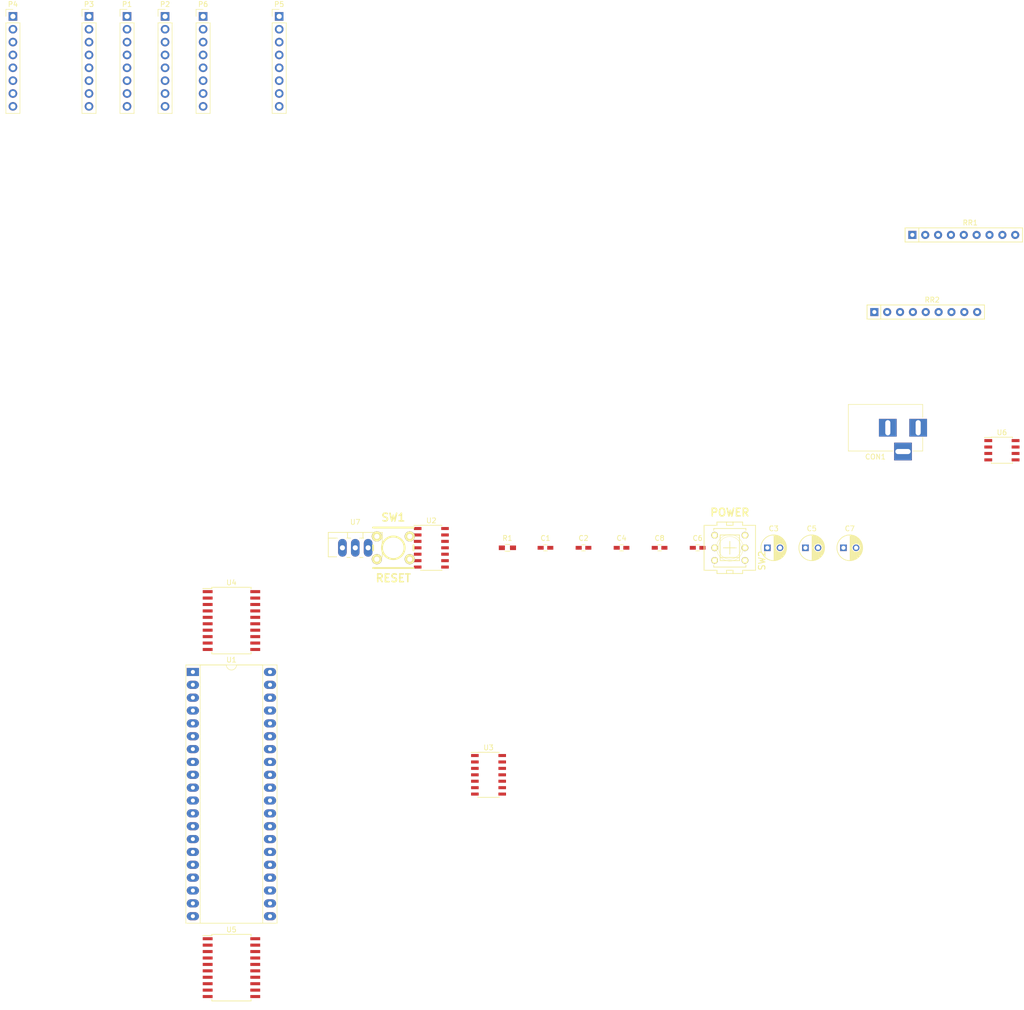
<source format=kicad_pcb>
(kicad_pcb (version 4) (host pcbnew 4.0.3-1.fc24-product)

  (general
    (links 128)
    (no_connects 112)
    (area 0 0 0 0)
    (thickness 1.6)
    (drawings 0)
    (tracks 0)
    (zones 0)
    (modules 27)
    (nets 61)
  )

  (page A4)
  (layers
    (0 F.Cu signal)
    (31 B.Cu signal)
    (32 B.Adhes user)
    (33 F.Adhes user)
    (34 B.Paste user)
    (35 F.Paste user)
    (36 B.SilkS user)
    (37 F.SilkS user)
    (38 B.Mask user)
    (39 F.Mask user)
    (40 Dwgs.User user)
    (41 Cmts.User user)
    (42 Eco1.User user)
    (43 Eco2.User user)
    (44 Edge.Cuts user)
    (45 Margin user)
    (46 B.CrtYd user)
    (47 F.CrtYd user)
    (48 B.Fab user)
    (49 F.Fab user)
  )

  (setup
    (last_trace_width 0.25)
    (trace_clearance 0.2)
    (zone_clearance 0.508)
    (zone_45_only no)
    (trace_min 0.2)
    (segment_width 0.2)
    (edge_width 0.15)
    (via_size 0.6)
    (via_drill 0.4)
    (via_min_size 0.4)
    (via_min_drill 0.3)
    (uvia_size 0.3)
    (uvia_drill 0.1)
    (uvias_allowed no)
    (uvia_min_size 0.2)
    (uvia_min_drill 0.1)
    (pcb_text_width 0.3)
    (pcb_text_size 1.5 1.5)
    (mod_edge_width 0.15)
    (mod_text_size 1 1)
    (mod_text_width 0.15)
    (pad_size 1.524 1.524)
    (pad_drill 0.762)
    (pad_to_mask_clearance 0.2)
    (aux_axis_origin 0 0)
    (visible_elements FFFFFF7F)
    (pcbplotparams
      (layerselection 0x00030_80000001)
      (usegerberextensions false)
      (excludeedgelayer true)
      (linewidth 0.100000)
      (plotframeref false)
      (viasonmask false)
      (mode 1)
      (useauxorigin false)
      (hpglpennumber 1)
      (hpglpenspeed 20)
      (hpglpendiameter 15)
      (hpglpenoverlay 2)
      (psnegative false)
      (psa4output false)
      (plotreference true)
      (plotvalue true)
      (plotinvisibletext false)
      (padsonsilk false)
      (subtractmaskfromsilk false)
      (outputformat 1)
      (mirror false)
      (drillshape 1)
      (scaleselection 1)
      (outputdirectory ""))
  )

  (net 0 "")
  (net 1 +5V)
  (net 2 GND)
  (net 3 "Net-(C2-Pad1)")
  (net 4 "Net-(C3-Pad1)")
  (net 5 "Net-(C4-Pad1)")
  (net 6 "Net-(C5-Pad1)")
  (net 7 "Net-(CON1-Pad1)")
  (net 8 D0)
  (net 9 D1)
  (net 10 D2)
  (net 11 D3)
  (net 12 D4)
  (net 13 D5)
  (net 14 D6)
  (net 15 D7)
  (net 16 /~RST)
  (net 17 /~IRQ)
  (net 18 /~NMI)
  (net 19 /CPU/~ABORT)
  (net 20 /BE)
  (net 21 /RDY)
  (net 22 /~VP)
  (net 23 A12)
  (net 24 A13)
  (net 25 A14)
  (net 26 /~ML)
  (net 27 A15)
  (net 28 "Net-(U1-Pad26)")
  (net 29 "Net-(U1-Pad27)")
  (net 30 "Net-(U1-Pad28)")
  (net 31 A0)
  (net 32 "Net-(U1-Pad29)")
  (net 33 A1)
  (net 34 "Net-(U1-Pad30)")
  (net 35 A2)
  (net 36 "Net-(U1-Pad31)")
  (net 37 A3)
  (net 38 "Net-(U1-Pad32)")
  (net 39 A4)
  (net 40 "Net-(U1-Pad33)")
  (net 41 A5)
  (net 42 /R/~W)
  (net 43 A6)
  (net 44 A7)
  (net 45 A8)
  (net 46 /PHI2)
  (net 47 A9)
  (net 48 A10)
  (net 49 A11)
  (net 50 "Net-(U2-Pad2)")
  (net 51 "Net-(U2-Pad4)")
  (net 52 "Net-(U3-Pad3)")
  (net 53 A16)
  (net 54 A17)
  (net 55 A18)
  (net 56 A19)
  (net 57 A20)
  (net 58 A21)
  (net 59 A22)
  (net 60 A23)

  (net_class Default "This is the default net class."
    (clearance 0.2)
    (trace_width 0.25)
    (via_dia 0.6)
    (via_drill 0.4)
    (uvia_dia 0.3)
    (uvia_drill 0.1)
    (add_net +5V)
    (add_net /BE)
    (add_net /CPU/~ABORT)
    (add_net /PHI2)
    (add_net /R/~W)
    (add_net /RDY)
    (add_net /~IRQ)
    (add_net /~ML)
    (add_net /~NMI)
    (add_net /~RST)
    (add_net /~VP)
    (add_net A0)
    (add_net A1)
    (add_net A10)
    (add_net A11)
    (add_net A12)
    (add_net A13)
    (add_net A14)
    (add_net A15)
    (add_net A16)
    (add_net A17)
    (add_net A18)
    (add_net A19)
    (add_net A2)
    (add_net A20)
    (add_net A21)
    (add_net A22)
    (add_net A23)
    (add_net A3)
    (add_net A4)
    (add_net A5)
    (add_net A6)
    (add_net A7)
    (add_net A8)
    (add_net A9)
    (add_net D0)
    (add_net D1)
    (add_net D2)
    (add_net D3)
    (add_net D4)
    (add_net D5)
    (add_net D6)
    (add_net D7)
    (add_net GND)
    (add_net "Net-(C2-Pad1)")
    (add_net "Net-(C3-Pad1)")
    (add_net "Net-(C4-Pad1)")
    (add_net "Net-(C5-Pad1)")
    (add_net "Net-(CON1-Pad1)")
    (add_net "Net-(U1-Pad26)")
    (add_net "Net-(U1-Pad27)")
    (add_net "Net-(U1-Pad28)")
    (add_net "Net-(U1-Pad29)")
    (add_net "Net-(U1-Pad30)")
    (add_net "Net-(U1-Pad31)")
    (add_net "Net-(U1-Pad32)")
    (add_net "Net-(U1-Pad33)")
    (add_net "Net-(U2-Pad2)")
    (add_net "Net-(U2-Pad4)")
    (add_net "Net-(U3-Pad3)")
  )

  (module Capacitors_SMD:C_0603_HandSoldering (layer F.Cu) (tedit 541A9B4D) (tstamp 586FB057)
    (at 105.226142 105.0036)
    (descr "Capacitor SMD 0603, hand soldering")
    (tags "capacitor 0603")
    (path /586FC5DB/586FC790)
    (attr smd)
    (fp_text reference C1 (at 0 -1.9) (layer F.SilkS)
      (effects (font (size 1 1) (thickness 0.15)))
    )
    (fp_text value 100n (at 0 1.9) (layer F.Fab)
      (effects (font (size 1 1) (thickness 0.15)))
    )
    (fp_line (start -0.8 0.4) (end -0.8 -0.4) (layer F.Fab) (width 0.15))
    (fp_line (start 0.8 0.4) (end -0.8 0.4) (layer F.Fab) (width 0.15))
    (fp_line (start 0.8 -0.4) (end 0.8 0.4) (layer F.Fab) (width 0.15))
    (fp_line (start -0.8 -0.4) (end 0.8 -0.4) (layer F.Fab) (width 0.15))
    (fp_line (start -1.85 -0.75) (end 1.85 -0.75) (layer F.CrtYd) (width 0.05))
    (fp_line (start -1.85 0.75) (end 1.85 0.75) (layer F.CrtYd) (width 0.05))
    (fp_line (start -1.85 -0.75) (end -1.85 0.75) (layer F.CrtYd) (width 0.05))
    (fp_line (start 1.85 -0.75) (end 1.85 0.75) (layer F.CrtYd) (width 0.05))
    (fp_line (start -0.35 -0.6) (end 0.35 -0.6) (layer F.SilkS) (width 0.15))
    (fp_line (start 0.35 0.6) (end -0.35 0.6) (layer F.SilkS) (width 0.15))
    (pad 1 smd rect (at -0.95 0) (size 1.2 0.75) (layers F.Cu F.Paste F.Mask)
      (net 1 +5V))
    (pad 2 smd rect (at 0.95 0) (size 1.2 0.75) (layers F.Cu F.Paste F.Mask)
      (net 2 GND))
    (model Capacitors_SMD.3dshapes/C_0603_HandSoldering.wrl
      (at (xyz 0 0 0))
      (scale (xyz 1 1 1))
      (rotate (xyz 0 0 0))
    )
  )

  (module Capacitors_SMD:C_0603_HandSoldering (layer F.Cu) (tedit 541A9B4D) (tstamp 586FB067)
    (at 112.742295 105.0036)
    (descr "Capacitor SMD 0603, hand soldering")
    (tags "capacitor 0603")
    (path /586FC5DB/586FC780)
    (attr smd)
    (fp_text reference C2 (at 0 -1.9) (layer F.SilkS)
      (effects (font (size 1 1) (thickness 0.15)))
    )
    (fp_text value 100n (at 0 1.9) (layer F.Fab)
      (effects (font (size 1 1) (thickness 0.15)))
    )
    (fp_line (start -0.8 0.4) (end -0.8 -0.4) (layer F.Fab) (width 0.15))
    (fp_line (start 0.8 0.4) (end -0.8 0.4) (layer F.Fab) (width 0.15))
    (fp_line (start 0.8 -0.4) (end 0.8 0.4) (layer F.Fab) (width 0.15))
    (fp_line (start -0.8 -0.4) (end 0.8 -0.4) (layer F.Fab) (width 0.15))
    (fp_line (start -1.85 -0.75) (end 1.85 -0.75) (layer F.CrtYd) (width 0.05))
    (fp_line (start -1.85 0.75) (end 1.85 0.75) (layer F.CrtYd) (width 0.05))
    (fp_line (start -1.85 -0.75) (end -1.85 0.75) (layer F.CrtYd) (width 0.05))
    (fp_line (start 1.85 -0.75) (end 1.85 0.75) (layer F.CrtYd) (width 0.05))
    (fp_line (start -0.35 -0.6) (end 0.35 -0.6) (layer F.SilkS) (width 0.15))
    (fp_line (start 0.35 0.6) (end -0.35 0.6) (layer F.SilkS) (width 0.15))
    (pad 1 smd rect (at -0.95 0) (size 1.2 0.75) (layers F.Cu F.Paste F.Mask)
      (net 3 "Net-(C2-Pad1)"))
    (pad 2 smd rect (at 0.95 0) (size 1.2 0.75) (layers F.Cu F.Paste F.Mask)
      (net 2 GND))
    (model Capacitors_SMD.3dshapes/C_0603_HandSoldering.wrl
      (at (xyz 0 0 0))
      (scale (xyz 1 1 1))
      (rotate (xyz 0 0 0))
    )
  )

  (module Capacitors_ThroughHole:C_Radial_D5_L6_P2.5 (layer F.Cu) (tedit 0) (tstamp 586FB08F)
    (at 149.07306 105.0036)
    (descr "Radial Electrolytic Capacitor Diameter 5mm x Length 6mm, Pitch 2.5mm")
    (tags "Electrolytic Capacitor")
    (path /586FC5DB/586FC77F)
    (fp_text reference C3 (at 1.25 -3.8) (layer F.SilkS)
      (effects (font (size 1 1) (thickness 0.15)))
    )
    (fp_text value 1µ (at 1.25 3.8) (layer F.Fab)
      (effects (font (size 1 1) (thickness 0.15)))
    )
    (fp_line (start 1.325 -2.499) (end 1.325 2.499) (layer F.SilkS) (width 0.15))
    (fp_line (start 1.465 -2.491) (end 1.465 2.491) (layer F.SilkS) (width 0.15))
    (fp_line (start 1.605 -2.475) (end 1.605 -0.095) (layer F.SilkS) (width 0.15))
    (fp_line (start 1.605 0.095) (end 1.605 2.475) (layer F.SilkS) (width 0.15))
    (fp_line (start 1.745 -2.451) (end 1.745 -0.49) (layer F.SilkS) (width 0.15))
    (fp_line (start 1.745 0.49) (end 1.745 2.451) (layer F.SilkS) (width 0.15))
    (fp_line (start 1.885 -2.418) (end 1.885 -0.657) (layer F.SilkS) (width 0.15))
    (fp_line (start 1.885 0.657) (end 1.885 2.418) (layer F.SilkS) (width 0.15))
    (fp_line (start 2.025 -2.377) (end 2.025 -0.764) (layer F.SilkS) (width 0.15))
    (fp_line (start 2.025 0.764) (end 2.025 2.377) (layer F.SilkS) (width 0.15))
    (fp_line (start 2.165 -2.327) (end 2.165 -0.835) (layer F.SilkS) (width 0.15))
    (fp_line (start 2.165 0.835) (end 2.165 2.327) (layer F.SilkS) (width 0.15))
    (fp_line (start 2.305 -2.266) (end 2.305 -0.879) (layer F.SilkS) (width 0.15))
    (fp_line (start 2.305 0.879) (end 2.305 2.266) (layer F.SilkS) (width 0.15))
    (fp_line (start 2.445 -2.196) (end 2.445 -0.898) (layer F.SilkS) (width 0.15))
    (fp_line (start 2.445 0.898) (end 2.445 2.196) (layer F.SilkS) (width 0.15))
    (fp_line (start 2.585 -2.114) (end 2.585 -0.896) (layer F.SilkS) (width 0.15))
    (fp_line (start 2.585 0.896) (end 2.585 2.114) (layer F.SilkS) (width 0.15))
    (fp_line (start 2.725 -2.019) (end 2.725 -0.871) (layer F.SilkS) (width 0.15))
    (fp_line (start 2.725 0.871) (end 2.725 2.019) (layer F.SilkS) (width 0.15))
    (fp_line (start 2.865 -1.908) (end 2.865 -0.823) (layer F.SilkS) (width 0.15))
    (fp_line (start 2.865 0.823) (end 2.865 1.908) (layer F.SilkS) (width 0.15))
    (fp_line (start 3.005 -1.78) (end 3.005 -0.745) (layer F.SilkS) (width 0.15))
    (fp_line (start 3.005 0.745) (end 3.005 1.78) (layer F.SilkS) (width 0.15))
    (fp_line (start 3.145 -1.631) (end 3.145 -0.628) (layer F.SilkS) (width 0.15))
    (fp_line (start 3.145 0.628) (end 3.145 1.631) (layer F.SilkS) (width 0.15))
    (fp_line (start 3.285 -1.452) (end 3.285 -0.44) (layer F.SilkS) (width 0.15))
    (fp_line (start 3.285 0.44) (end 3.285 1.452) (layer F.SilkS) (width 0.15))
    (fp_line (start 3.425 -1.233) (end 3.425 1.233) (layer F.SilkS) (width 0.15))
    (fp_line (start 3.565 -0.944) (end 3.565 0.944) (layer F.SilkS) (width 0.15))
    (fp_line (start 3.705 -0.472) (end 3.705 0.472) (layer F.SilkS) (width 0.15))
    (fp_circle (center 2.5 0) (end 2.5 -0.9) (layer F.SilkS) (width 0.15))
    (fp_circle (center 1.25 0) (end 1.25 -2.5375) (layer F.SilkS) (width 0.15))
    (fp_circle (center 1.25 0) (end 1.25 -2.8) (layer F.CrtYd) (width 0.05))
    (pad 1 thru_hole rect (at 0 0) (size 1.3 1.3) (drill 0.8) (layers *.Cu *.Mask)
      (net 4 "Net-(C3-Pad1)"))
    (pad 2 thru_hole circle (at 2.5 0) (size 1.3 1.3) (drill 0.8) (layers *.Cu *.Mask)
      (net 2 GND))
    (model Capacitors_ThroughHole.3dshapes/C_Radial_D5_L6_P2.5.wrl
      (at (xyz 0.0492126 0 0))
      (scale (xyz 1 1 1))
      (rotate (xyz 0 0 90))
    )
  )

  (module Capacitors_SMD:C_0603_HandSoldering (layer F.Cu) (tedit 541A9B4D) (tstamp 586FB09F)
    (at 120.258448 105.0036)
    (descr "Capacitor SMD 0603, hand soldering")
    (tags "capacitor 0603")
    (path /586FC5DB/586FC77E)
    (attr smd)
    (fp_text reference C4 (at 0 -1.9) (layer F.SilkS)
      (effects (font (size 1 1) (thickness 0.15)))
    )
    (fp_text value 100n (at 0 1.9) (layer F.Fab)
      (effects (font (size 1 1) (thickness 0.15)))
    )
    (fp_line (start -0.8 0.4) (end -0.8 -0.4) (layer F.Fab) (width 0.15))
    (fp_line (start 0.8 0.4) (end -0.8 0.4) (layer F.Fab) (width 0.15))
    (fp_line (start 0.8 -0.4) (end 0.8 0.4) (layer F.Fab) (width 0.15))
    (fp_line (start -0.8 -0.4) (end 0.8 -0.4) (layer F.Fab) (width 0.15))
    (fp_line (start -1.85 -0.75) (end 1.85 -0.75) (layer F.CrtYd) (width 0.05))
    (fp_line (start -1.85 0.75) (end 1.85 0.75) (layer F.CrtYd) (width 0.05))
    (fp_line (start -1.85 -0.75) (end -1.85 0.75) (layer F.CrtYd) (width 0.05))
    (fp_line (start 1.85 -0.75) (end 1.85 0.75) (layer F.CrtYd) (width 0.05))
    (fp_line (start -0.35 -0.6) (end 0.35 -0.6) (layer F.SilkS) (width 0.15))
    (fp_line (start 0.35 0.6) (end -0.35 0.6) (layer F.SilkS) (width 0.15))
    (pad 1 smd rect (at -0.95 0) (size 1.2 0.75) (layers F.Cu F.Paste F.Mask)
      (net 5 "Net-(C4-Pad1)"))
    (pad 2 smd rect (at 0.95 0) (size 1.2 0.75) (layers F.Cu F.Paste F.Mask)
      (net 2 GND))
    (model Capacitors_SMD.3dshapes/C_0603_HandSoldering.wrl
      (at (xyz 0 0 0))
      (scale (xyz 1 1 1))
      (rotate (xyz 0 0 0))
    )
  )

  (module Capacitors_ThroughHole:C_Radial_D5_L6_P2.5 (layer F.Cu) (tedit 0) (tstamp 586FB0C7)
    (at 156.589213 105.0036)
    (descr "Radial Electrolytic Capacitor Diameter 5mm x Length 6mm, Pitch 2.5mm")
    (tags "Electrolytic Capacitor")
    (path /586FC5DB/586FC786)
    (fp_text reference C5 (at 1.25 -3.8) (layer F.SilkS)
      (effects (font (size 1 1) (thickness 0.15)))
    )
    (fp_text value 1µ (at 1.25 3.8) (layer F.Fab)
      (effects (font (size 1 1) (thickness 0.15)))
    )
    (fp_line (start 1.325 -2.499) (end 1.325 2.499) (layer F.SilkS) (width 0.15))
    (fp_line (start 1.465 -2.491) (end 1.465 2.491) (layer F.SilkS) (width 0.15))
    (fp_line (start 1.605 -2.475) (end 1.605 -0.095) (layer F.SilkS) (width 0.15))
    (fp_line (start 1.605 0.095) (end 1.605 2.475) (layer F.SilkS) (width 0.15))
    (fp_line (start 1.745 -2.451) (end 1.745 -0.49) (layer F.SilkS) (width 0.15))
    (fp_line (start 1.745 0.49) (end 1.745 2.451) (layer F.SilkS) (width 0.15))
    (fp_line (start 1.885 -2.418) (end 1.885 -0.657) (layer F.SilkS) (width 0.15))
    (fp_line (start 1.885 0.657) (end 1.885 2.418) (layer F.SilkS) (width 0.15))
    (fp_line (start 2.025 -2.377) (end 2.025 -0.764) (layer F.SilkS) (width 0.15))
    (fp_line (start 2.025 0.764) (end 2.025 2.377) (layer F.SilkS) (width 0.15))
    (fp_line (start 2.165 -2.327) (end 2.165 -0.835) (layer F.SilkS) (width 0.15))
    (fp_line (start 2.165 0.835) (end 2.165 2.327) (layer F.SilkS) (width 0.15))
    (fp_line (start 2.305 -2.266) (end 2.305 -0.879) (layer F.SilkS) (width 0.15))
    (fp_line (start 2.305 0.879) (end 2.305 2.266) (layer F.SilkS) (width 0.15))
    (fp_line (start 2.445 -2.196) (end 2.445 -0.898) (layer F.SilkS) (width 0.15))
    (fp_line (start 2.445 0.898) (end 2.445 2.196) (layer F.SilkS) (width 0.15))
    (fp_line (start 2.585 -2.114) (end 2.585 -0.896) (layer F.SilkS) (width 0.15))
    (fp_line (start 2.585 0.896) (end 2.585 2.114) (layer F.SilkS) (width 0.15))
    (fp_line (start 2.725 -2.019) (end 2.725 -0.871) (layer F.SilkS) (width 0.15))
    (fp_line (start 2.725 0.871) (end 2.725 2.019) (layer F.SilkS) (width 0.15))
    (fp_line (start 2.865 -1.908) (end 2.865 -0.823) (layer F.SilkS) (width 0.15))
    (fp_line (start 2.865 0.823) (end 2.865 1.908) (layer F.SilkS) (width 0.15))
    (fp_line (start 3.005 -1.78) (end 3.005 -0.745) (layer F.SilkS) (width 0.15))
    (fp_line (start 3.005 0.745) (end 3.005 1.78) (layer F.SilkS) (width 0.15))
    (fp_line (start 3.145 -1.631) (end 3.145 -0.628) (layer F.SilkS) (width 0.15))
    (fp_line (start 3.145 0.628) (end 3.145 1.631) (layer F.SilkS) (width 0.15))
    (fp_line (start 3.285 -1.452) (end 3.285 -0.44) (layer F.SilkS) (width 0.15))
    (fp_line (start 3.285 0.44) (end 3.285 1.452) (layer F.SilkS) (width 0.15))
    (fp_line (start 3.425 -1.233) (end 3.425 1.233) (layer F.SilkS) (width 0.15))
    (fp_line (start 3.565 -0.944) (end 3.565 0.944) (layer F.SilkS) (width 0.15))
    (fp_line (start 3.705 -0.472) (end 3.705 0.472) (layer F.SilkS) (width 0.15))
    (fp_circle (center 2.5 0) (end 2.5 -0.9) (layer F.SilkS) (width 0.15))
    (fp_circle (center 1.25 0) (end 1.25 -2.5375) (layer F.SilkS) (width 0.15))
    (fp_circle (center 1.25 0) (end 1.25 -2.8) (layer F.CrtYd) (width 0.05))
    (pad 1 thru_hole rect (at 0 0) (size 1.3 1.3) (drill 0.8) (layers *.Cu *.Mask)
      (net 6 "Net-(C5-Pad1)"))
    (pad 2 thru_hole circle (at 2.5 0) (size 1.3 1.3) (drill 0.8) (layers *.Cu *.Mask)
      (net 2 GND))
    (model Capacitors_ThroughHole.3dshapes/C_Radial_D5_L6_P2.5.wrl
      (at (xyz 0.0492126 0 0))
      (scale (xyz 1 1 1))
      (rotate (xyz 0 0 90))
    )
  )

  (module Capacitors_SMD:C_0603_HandSoldering (layer F.Cu) (tedit 541A9B4D) (tstamp 586FB0D7)
    (at 135.290754 105.0036)
    (descr "Capacitor SMD 0603, hand soldering")
    (tags "capacitor 0603")
    (path /586FC5DB/586FC785)
    (attr smd)
    (fp_text reference C6 (at 0 -1.9) (layer F.SilkS)
      (effects (font (size 1 1) (thickness 0.15)))
    )
    (fp_text value 100n (at 0 1.9) (layer F.Fab)
      (effects (font (size 1 1) (thickness 0.15)))
    )
    (fp_line (start -0.8 0.4) (end -0.8 -0.4) (layer F.Fab) (width 0.15))
    (fp_line (start 0.8 0.4) (end -0.8 0.4) (layer F.Fab) (width 0.15))
    (fp_line (start 0.8 -0.4) (end 0.8 0.4) (layer F.Fab) (width 0.15))
    (fp_line (start -0.8 -0.4) (end 0.8 -0.4) (layer F.Fab) (width 0.15))
    (fp_line (start -1.85 -0.75) (end 1.85 -0.75) (layer F.CrtYd) (width 0.05))
    (fp_line (start -1.85 0.75) (end 1.85 0.75) (layer F.CrtYd) (width 0.05))
    (fp_line (start -1.85 -0.75) (end -1.85 0.75) (layer F.CrtYd) (width 0.05))
    (fp_line (start 1.85 -0.75) (end 1.85 0.75) (layer F.CrtYd) (width 0.05))
    (fp_line (start -0.35 -0.6) (end 0.35 -0.6) (layer F.SilkS) (width 0.15))
    (fp_line (start 0.35 0.6) (end -0.35 0.6) (layer F.SilkS) (width 0.15))
    (pad 1 smd rect (at -0.95 0) (size 1.2 0.75) (layers F.Cu F.Paste F.Mask)
      (net 6 "Net-(C5-Pad1)"))
    (pad 2 smd rect (at 0.95 0) (size 1.2 0.75) (layers F.Cu F.Paste F.Mask)
      (net 2 GND))
    (model Capacitors_SMD.3dshapes/C_0603_HandSoldering.wrl
      (at (xyz 0 0 0))
      (scale (xyz 1 1 1))
      (rotate (xyz 0 0 0))
    )
  )

  (module Capacitors_ThroughHole:C_Radial_D5_L6_P2.5 (layer F.Cu) (tedit 0) (tstamp 586FB0FF)
    (at 164.105366 105.0036)
    (descr "Radial Electrolytic Capacitor Diameter 5mm x Length 6mm, Pitch 2.5mm")
    (tags "Electrolytic Capacitor")
    (path /586FC5DB/586FC787)
    (fp_text reference C7 (at 1.25 -3.8) (layer F.SilkS)
      (effects (font (size 1 1) (thickness 0.15)))
    )
    (fp_text value 1µ (at 1.25 3.8) (layer F.Fab)
      (effects (font (size 1 1) (thickness 0.15)))
    )
    (fp_line (start 1.325 -2.499) (end 1.325 2.499) (layer F.SilkS) (width 0.15))
    (fp_line (start 1.465 -2.491) (end 1.465 2.491) (layer F.SilkS) (width 0.15))
    (fp_line (start 1.605 -2.475) (end 1.605 -0.095) (layer F.SilkS) (width 0.15))
    (fp_line (start 1.605 0.095) (end 1.605 2.475) (layer F.SilkS) (width 0.15))
    (fp_line (start 1.745 -2.451) (end 1.745 -0.49) (layer F.SilkS) (width 0.15))
    (fp_line (start 1.745 0.49) (end 1.745 2.451) (layer F.SilkS) (width 0.15))
    (fp_line (start 1.885 -2.418) (end 1.885 -0.657) (layer F.SilkS) (width 0.15))
    (fp_line (start 1.885 0.657) (end 1.885 2.418) (layer F.SilkS) (width 0.15))
    (fp_line (start 2.025 -2.377) (end 2.025 -0.764) (layer F.SilkS) (width 0.15))
    (fp_line (start 2.025 0.764) (end 2.025 2.377) (layer F.SilkS) (width 0.15))
    (fp_line (start 2.165 -2.327) (end 2.165 -0.835) (layer F.SilkS) (width 0.15))
    (fp_line (start 2.165 0.835) (end 2.165 2.327) (layer F.SilkS) (width 0.15))
    (fp_line (start 2.305 -2.266) (end 2.305 -0.879) (layer F.SilkS) (width 0.15))
    (fp_line (start 2.305 0.879) (end 2.305 2.266) (layer F.SilkS) (width 0.15))
    (fp_line (start 2.445 -2.196) (end 2.445 -0.898) (layer F.SilkS) (width 0.15))
    (fp_line (start 2.445 0.898) (end 2.445 2.196) (layer F.SilkS) (width 0.15))
    (fp_line (start 2.585 -2.114) (end 2.585 -0.896) (layer F.SilkS) (width 0.15))
    (fp_line (start 2.585 0.896) (end 2.585 2.114) (layer F.SilkS) (width 0.15))
    (fp_line (start 2.725 -2.019) (end 2.725 -0.871) (layer F.SilkS) (width 0.15))
    (fp_line (start 2.725 0.871) (end 2.725 2.019) (layer F.SilkS) (width 0.15))
    (fp_line (start 2.865 -1.908) (end 2.865 -0.823) (layer F.SilkS) (width 0.15))
    (fp_line (start 2.865 0.823) (end 2.865 1.908) (layer F.SilkS) (width 0.15))
    (fp_line (start 3.005 -1.78) (end 3.005 -0.745) (layer F.SilkS) (width 0.15))
    (fp_line (start 3.005 0.745) (end 3.005 1.78) (layer F.SilkS) (width 0.15))
    (fp_line (start 3.145 -1.631) (end 3.145 -0.628) (layer F.SilkS) (width 0.15))
    (fp_line (start 3.145 0.628) (end 3.145 1.631) (layer F.SilkS) (width 0.15))
    (fp_line (start 3.285 -1.452) (end 3.285 -0.44) (layer F.SilkS) (width 0.15))
    (fp_line (start 3.285 0.44) (end 3.285 1.452) (layer F.SilkS) (width 0.15))
    (fp_line (start 3.425 -1.233) (end 3.425 1.233) (layer F.SilkS) (width 0.15))
    (fp_line (start 3.565 -0.944) (end 3.565 0.944) (layer F.SilkS) (width 0.15))
    (fp_line (start 3.705 -0.472) (end 3.705 0.472) (layer F.SilkS) (width 0.15))
    (fp_circle (center 2.5 0) (end 2.5 -0.9) (layer F.SilkS) (width 0.15))
    (fp_circle (center 1.25 0) (end 1.25 -2.5375) (layer F.SilkS) (width 0.15))
    (fp_circle (center 1.25 0) (end 1.25 -2.8) (layer F.CrtYd) (width 0.05))
    (pad 1 thru_hole rect (at 0 0) (size 1.3 1.3) (drill 0.8) (layers *.Cu *.Mask)
      (net 1 +5V))
    (pad 2 thru_hole circle (at 2.5 0) (size 1.3 1.3) (drill 0.8) (layers *.Cu *.Mask)
      (net 2 GND))
    (model Capacitors_ThroughHole.3dshapes/C_Radial_D5_L6_P2.5.wrl
      (at (xyz 0.0492126 0 0))
      (scale (xyz 1 1 1))
      (rotate (xyz 0 0 90))
    )
  )

  (module Capacitors_SMD:C_0603_HandSoldering (layer F.Cu) (tedit 541A9B4D) (tstamp 586FB10F)
    (at 127.774601 105.0036)
    (descr "Capacitor SMD 0603, hand soldering")
    (tags "capacitor 0603")
    (path /586FC5DB/586FC788)
    (attr smd)
    (fp_text reference C8 (at 0 -1.9) (layer F.SilkS)
      (effects (font (size 1 1) (thickness 0.15)))
    )
    (fp_text value 100n (at 0 1.9) (layer F.Fab)
      (effects (font (size 1 1) (thickness 0.15)))
    )
    (fp_line (start -0.8 0.4) (end -0.8 -0.4) (layer F.Fab) (width 0.15))
    (fp_line (start 0.8 0.4) (end -0.8 0.4) (layer F.Fab) (width 0.15))
    (fp_line (start 0.8 -0.4) (end 0.8 0.4) (layer F.Fab) (width 0.15))
    (fp_line (start -0.8 -0.4) (end 0.8 -0.4) (layer F.Fab) (width 0.15))
    (fp_line (start -1.85 -0.75) (end 1.85 -0.75) (layer F.CrtYd) (width 0.05))
    (fp_line (start -1.85 0.75) (end 1.85 0.75) (layer F.CrtYd) (width 0.05))
    (fp_line (start -1.85 -0.75) (end -1.85 0.75) (layer F.CrtYd) (width 0.05))
    (fp_line (start 1.85 -0.75) (end 1.85 0.75) (layer F.CrtYd) (width 0.05))
    (fp_line (start -0.35 -0.6) (end 0.35 -0.6) (layer F.SilkS) (width 0.15))
    (fp_line (start 0.35 0.6) (end -0.35 0.6) (layer F.SilkS) (width 0.15))
    (pad 1 smd rect (at -0.95 0) (size 1.2 0.75) (layers F.Cu F.Paste F.Mask)
      (net 1 +5V))
    (pad 2 smd rect (at 0.95 0) (size 1.2 0.75) (layers F.Cu F.Paste F.Mask)
      (net 2 GND))
    (model Capacitors_SMD.3dshapes/C_0603_HandSoldering.wrl
      (at (xyz 0 0 0))
      (scale (xyz 1 1 1))
      (rotate (xyz 0 0 0))
    )
  )

  (module Connect:BARREL_JACK (layer F.Cu) (tedit 5861378E) (tstamp 586FB12E)
    (at 178.871519 81.28)
    (descr "DC Barrel Jack")
    (tags "Power Jack")
    (path /586FC5DB/586FC782)
    (fp_text reference CON1 (at -8.45 5.75 180) (layer F.SilkS)
      (effects (font (size 1 1) (thickness 0.15)))
    )
    (fp_text value POWER_IN (at -6.2 -5.5) (layer F.Fab)
      (effects (font (size 1 1) (thickness 0.15)))
    )
    (fp_line (start 1 -4.5) (end 1 -4.75) (layer F.CrtYd) (width 0.05))
    (fp_line (start 1 -4.75) (end -14 -4.75) (layer F.CrtYd) (width 0.05))
    (fp_line (start 1 -4.5) (end 1 -2) (layer F.CrtYd) (width 0.05))
    (fp_line (start 1 -2) (end 2 -2) (layer F.CrtYd) (width 0.05))
    (fp_line (start 2 -2) (end 2 2) (layer F.CrtYd) (width 0.05))
    (fp_line (start 2 2) (end 1 2) (layer F.CrtYd) (width 0.05))
    (fp_line (start 1 2) (end 1 4.75) (layer F.CrtYd) (width 0.05))
    (fp_line (start 1 4.75) (end -1 4.75) (layer F.CrtYd) (width 0.05))
    (fp_line (start -1 4.75) (end -1 6.75) (layer F.CrtYd) (width 0.05))
    (fp_line (start -1 6.75) (end -5 6.75) (layer F.CrtYd) (width 0.05))
    (fp_line (start -5 6.75) (end -5 4.75) (layer F.CrtYd) (width 0.05))
    (fp_line (start -5 4.75) (end -14 4.75) (layer F.CrtYd) (width 0.05))
    (fp_line (start -14 4.75) (end -14 -4.75) (layer F.CrtYd) (width 0.05))
    (fp_line (start -5 4.6) (end -13.8 4.6) (layer F.SilkS) (width 0.12))
    (fp_line (start -13.8 4.6) (end -13.8 -4.6) (layer F.SilkS) (width 0.12))
    (fp_line (start 0.9 1.9) (end 0.9 4.6) (layer F.SilkS) (width 0.12))
    (fp_line (start 0.9 4.6) (end -1 4.6) (layer F.SilkS) (width 0.12))
    (fp_line (start -13.8 -4.6) (end 0.9 -4.6) (layer F.SilkS) (width 0.12))
    (fp_line (start 0.9 -4.6) (end 0.9 -2) (layer F.SilkS) (width 0.12))
    (fp_line (start -10.2 -4.5) (end -10.2 4.5) (layer F.Fab) (width 0.1))
    (fp_line (start -13.7 -4.5) (end -13.7 4.5) (layer F.Fab) (width 0.1))
    (fp_line (start -13.7 4.5) (end 0.8 4.5) (layer F.Fab) (width 0.1))
    (fp_line (start 0.8 4.5) (end 0.8 -4.5) (layer F.Fab) (width 0.1))
    (fp_line (start 0.8 -4.5) (end -13.7 -4.5) (layer F.Fab) (width 0.1))
    (pad 1 thru_hole rect (at 0 0) (size 3.5 3.5) (drill oval 1 3) (layers *.Cu *.Mask)
      (net 7 "Net-(CON1-Pad1)"))
    (pad 2 thru_hole rect (at -6 0) (size 3.5 3.5) (drill oval 1 3) (layers *.Cu *.Mask)
      (net 2 GND))
    (pad 3 thru_hole rect (at -3 4.7) (size 3.5 3.5) (drill oval 3 1) (layers *.Cu *.Mask))
  )

  (module Resistors_SMD:R_0603_HandSoldering (layer F.Cu) (tedit 58307AEF) (tstamp 586FB13E)
    (at 97.709989 105.0036)
    (descr "Resistor SMD 0603, hand soldering")
    (tags "resistor 0603")
    (path /586FC5DB/586FC77C)
    (attr smd)
    (fp_text reference R1 (at 0 -1.9) (layer F.SilkS)
      (effects (font (size 1 1) (thickness 0.15)))
    )
    (fp_text value 330 (at 0 1.9) (layer F.Fab)
      (effects (font (size 1 1) (thickness 0.15)))
    )
    (fp_line (start -0.8 0.4) (end -0.8 -0.4) (layer F.Fab) (width 0.1))
    (fp_line (start 0.8 0.4) (end -0.8 0.4) (layer F.Fab) (width 0.1))
    (fp_line (start 0.8 -0.4) (end 0.8 0.4) (layer F.Fab) (width 0.1))
    (fp_line (start -0.8 -0.4) (end 0.8 -0.4) (layer F.Fab) (width 0.1))
    (fp_line (start -2 -0.8) (end 2 -0.8) (layer F.CrtYd) (width 0.05))
    (fp_line (start -2 0.8) (end 2 0.8) (layer F.CrtYd) (width 0.05))
    (fp_line (start -2 -0.8) (end -2 0.8) (layer F.CrtYd) (width 0.05))
    (fp_line (start 2 -0.8) (end 2 0.8) (layer F.CrtYd) (width 0.05))
    (fp_line (start 0.5 0.675) (end -0.5 0.675) (layer F.SilkS) (width 0.15))
    (fp_line (start -0.5 -0.675) (end 0.5 -0.675) (layer F.SilkS) (width 0.15))
    (pad 1 smd rect (at -1.1 0) (size 1.2 0.9) (layers F.Cu F.Paste F.Mask)
      (net 1 +5V))
    (pad 2 smd rect (at 1.1 0) (size 1.2 0.9) (layers F.Cu F.Paste F.Mask)
      (net 3 "Net-(C2-Pad1)"))
    (model Resistors_SMD.3dshapes/R_0603_HandSoldering.wrl
      (at (xyz 0 0 0))
      (scale (xyz 1 1 1))
      (rotate (xyz 0 0 0))
    )
  )

  (module Resistors_ThroughHole:Resistor_Array_SIP9 (layer F.Cu) (tedit 57FA3974) (tstamp 586FB159)
    (at 177.728825 43.18)
    (descr "9-pin Resistor SIP pack")
    (tags R)
    (path /586FC273)
    (fp_text reference RR1 (at 11.43 -2.4) (layer F.SilkS)
      (effects (font (size 1 1) (thickness 0.15)))
    )
    (fp_text value RR8 (at 11.43 2.4) (layer F.Fab)
      (effects (font (size 1 1) (thickness 0.15)))
    )
    (fp_line (start -1.29 -1.25) (end -1.29 1.25) (layer F.Fab) (width 0.1))
    (fp_line (start -1.29 1.25) (end 21.61 1.25) (layer F.Fab) (width 0.1))
    (fp_line (start 21.61 1.25) (end 21.61 -1.25) (layer F.Fab) (width 0.1))
    (fp_line (start 21.61 -1.25) (end -1.29 -1.25) (layer F.Fab) (width 0.1))
    (fp_line (start 1.27 -1.25) (end 1.27 1.25) (layer F.Fab) (width 0.1))
    (fp_line (start -1.44 -1.4) (end -1.44 1.4) (layer F.SilkS) (width 0.15))
    (fp_line (start -1.44 1.4) (end 21.76 1.4) (layer F.SilkS) (width 0.15))
    (fp_line (start 21.76 1.4) (end 21.76 -1.4) (layer F.SilkS) (width 0.15))
    (fp_line (start 21.76 -1.4) (end -1.44 -1.4) (layer F.SilkS) (width 0.15))
    (fp_line (start 1.27 -1.4) (end 1.27 1.4) (layer F.SilkS) (width 0.15))
    (fp_line (start -1.7 -1.65) (end -1.7 1.65) (layer F.CrtYd) (width 0.05))
    (fp_line (start -1.7 1.65) (end 22.05 1.65) (layer F.CrtYd) (width 0.05))
    (fp_line (start 22.05 1.65) (end 22.05 -1.65) (layer F.CrtYd) (width 0.05))
    (fp_line (start 22.05 -1.65) (end -1.7 -1.65) (layer F.CrtYd) (width 0.05))
    (pad 1 thru_hole rect (at 0 0) (size 1.6 1.6) (drill 0.8) (layers *.Cu *.Mask)
      (net 2 GND))
    (pad 2 thru_hole oval (at 2.54 0) (size 1.6 1.6) (drill 0.8) (layers *.Cu *.Mask)
      (net 8 D0))
    (pad 3 thru_hole oval (at 5.08 0) (size 1.6 1.6) (drill 0.8) (layers *.Cu *.Mask)
      (net 9 D1))
    (pad 4 thru_hole oval (at 7.62 0) (size 1.6 1.6) (drill 0.8) (layers *.Cu *.Mask)
      (net 10 D2))
    (pad 5 thru_hole oval (at 10.16 0) (size 1.6 1.6) (drill 0.8) (layers *.Cu *.Mask)
      (net 11 D3))
    (pad 6 thru_hole oval (at 12.7 0) (size 1.6 1.6) (drill 0.8) (layers *.Cu *.Mask)
      (net 12 D4))
    (pad 7 thru_hole oval (at 15.24 0) (size 1.6 1.6) (drill 0.8) (layers *.Cu *.Mask)
      (net 13 D5))
    (pad 8 thru_hole oval (at 17.78 0) (size 1.6 1.6) (drill 0.8) (layers *.Cu *.Mask)
      (net 14 D6))
    (pad 9 thru_hole oval (at 20.32 0) (size 1.6 1.6) (drill 0.8) (layers *.Cu *.Mask)
      (net 15 D7))
    (model Resistors_ThroughHole.3dshapes/Resistor_Array_SIP9.wrl
      (at (xyz 0 0 0))
      (scale (xyz 0.393701 0.393701 0.393701))
      (rotate (xyz 0 0 0))
    )
  )

  (module Resistors_ThroughHole:Resistor_Array_SIP9 (layer F.Cu) (tedit 57FA3974) (tstamp 586FB174)
    (at 170.212672 58.42)
    (descr "9-pin Resistor SIP pack")
    (tags R)
    (path /58705735)
    (fp_text reference RR2 (at 11.43 -2.4) (layer F.SilkS)
      (effects (font (size 1 1) (thickness 0.15)))
    )
    (fp_text value RR8 (at 11.43 2.4) (layer F.Fab)
      (effects (font (size 1 1) (thickness 0.15)))
    )
    (fp_line (start -1.29 -1.25) (end -1.29 1.25) (layer F.Fab) (width 0.1))
    (fp_line (start -1.29 1.25) (end 21.61 1.25) (layer F.Fab) (width 0.1))
    (fp_line (start 21.61 1.25) (end 21.61 -1.25) (layer F.Fab) (width 0.1))
    (fp_line (start 21.61 -1.25) (end -1.29 -1.25) (layer F.Fab) (width 0.1))
    (fp_line (start 1.27 -1.25) (end 1.27 1.25) (layer F.Fab) (width 0.1))
    (fp_line (start -1.44 -1.4) (end -1.44 1.4) (layer F.SilkS) (width 0.15))
    (fp_line (start -1.44 1.4) (end 21.76 1.4) (layer F.SilkS) (width 0.15))
    (fp_line (start 21.76 1.4) (end 21.76 -1.4) (layer F.SilkS) (width 0.15))
    (fp_line (start 21.76 -1.4) (end -1.44 -1.4) (layer F.SilkS) (width 0.15))
    (fp_line (start 1.27 -1.4) (end 1.27 1.4) (layer F.SilkS) (width 0.15))
    (fp_line (start -1.7 -1.65) (end -1.7 1.65) (layer F.CrtYd) (width 0.05))
    (fp_line (start -1.7 1.65) (end 22.05 1.65) (layer F.CrtYd) (width 0.05))
    (fp_line (start 22.05 1.65) (end 22.05 -1.65) (layer F.CrtYd) (width 0.05))
    (fp_line (start 22.05 -1.65) (end -1.7 -1.65) (layer F.CrtYd) (width 0.05))
    (pad 1 thru_hole rect (at 0 0) (size 1.6 1.6) (drill 0.8) (layers *.Cu *.Mask)
      (net 1 +5V))
    (pad 2 thru_hole oval (at 2.54 0) (size 1.6 1.6) (drill 0.8) (layers *.Cu *.Mask)
      (net 16 /~RST))
    (pad 3 thru_hole oval (at 5.08 0) (size 1.6 1.6) (drill 0.8) (layers *.Cu *.Mask)
      (net 17 /~IRQ))
    (pad 4 thru_hole oval (at 7.62 0) (size 1.6 1.6) (drill 0.8) (layers *.Cu *.Mask)
      (net 18 /~NMI))
    (pad 5 thru_hole oval (at 10.16 0) (size 1.6 1.6) (drill 0.8) (layers *.Cu *.Mask)
      (net 19 /CPU/~ABORT))
    (pad 6 thru_hole oval (at 12.7 0) (size 1.6 1.6) (drill 0.8) (layers *.Cu *.Mask)
      (net 20 /BE))
    (pad 7 thru_hole oval (at 15.24 0) (size 1.6 1.6) (drill 0.8) (layers *.Cu *.Mask)
      (net 21 /RDY))
    (pad 8 thru_hole oval (at 17.78 0) (size 1.6 1.6) (drill 0.8) (layers *.Cu *.Mask))
    (pad 9 thru_hole oval (at 20.32 0) (size 1.6 1.6) (drill 0.8) (layers *.Cu *.Mask))
    (model Resistors_ThroughHole.3dshapes/Resistor_Array_SIP9.wrl
      (at (xyz 0 0 0))
      (scale (xyz 0.393701 0.393701 0.393701))
      (rotate (xyz 0 0 0))
    )
  )

  (module buri3:SW_M6_PTH (layer F.Cu) (tedit 57447211) (tstamp 586FB181)
    (at 75.16153 105.0036)
    (descr http://www.ck-components.com/14409/pts645_8sept11.pdf/)
    (tags "SW SWITCH")
    (path /586FC5DB/586FC781)
    (fp_text reference SW1 (at 0 -5.99948) (layer F.SilkS)
      (effects (font (thickness 0.3048)))
    )
    (fp_text value RESET (at 0 5.99948) (layer F.SilkS)
      (effects (font (thickness 0.3048)))
    )
    (fp_line (start -4.0005 -0.50038) (end -4.0005 0.50038) (layer F.SilkS) (width 0.381))
    (fp_line (start 4.0005 -0.50038) (end 4.0005 0.50038) (layer F.SilkS) (width 0.381))
    (fp_line (start -4.0005 4.0005) (end 4.0005 4.0005) (layer F.SilkS) (width 0.381))
    (fp_line (start -4.0005 -4.0005) (end 4.0005 -4.0005) (layer F.SilkS) (width 0.381))
    (fp_circle (center 0 0) (end 1.00076 -1.99898) (layer F.SilkS) (width 0.381))
    (pad 1 thru_hole circle (at 3.2512 -2.25044) (size 1.99898 1.99898) (drill 1.00076) (layers *.Cu *.Mask F.SilkS)
      (net 2 GND))
    (pad 1 thru_hole circle (at -3.2512 -2.25044) (size 1.99898 1.99898) (drill 1.00076) (layers *.Cu *.Mask F.SilkS)
      (net 2 GND))
    (pad 2 thru_hole circle (at -3.2512 2.25044) (size 1.99898 1.99898) (drill 1.00076) (layers *.Cu *.Mask F.SilkS)
      (net 3 "Net-(C2-Pad1)"))
    (pad 2 thru_hole circle (at 3.2512 2.25044) (size 1.99898 1.99898) (drill 1.00076) (layers *.Cu *.Mask F.SilkS)
      (net 3 "Net-(C2-Pad1)"))
  )

  (module buri3:switch-misc-PVA2R (layer F.Cu) (tedit 57A0D4C6) (tstamp 586FB1B2)
    (at 141.652008 105.0036)
    (descr "ITT SWITCH")
    (tags "ITT SWITCH")
    (path /586FC5DB/586FC78C)
    (attr virtual)
    (fp_text reference SW2 (at 6.35 2.54 90) (layer F.SilkS)
      (effects (font (size 1.27 1.27) (thickness 0.2)))
    )
    (fp_text value POWER (at 0 -6.985) (layer F.SilkS)
      (effects (font (size 1.5 1.5) (thickness 0.3)))
    )
    (fp_line (start 5.08 -4.445) (end 5.08 4.445) (layer F.SilkS) (width 0.1524))
    (fp_line (start -5.08 4.445) (end -5.08 -4.445) (layer F.SilkS) (width 0.1524))
    (fp_line (start 5.08 -4.445) (end 2.54 -4.445) (layer F.SilkS) (width 0.1524))
    (fp_line (start 2.54 -5.08) (end 2.54 -4.445) (layer F.SilkS) (width 0.1524))
    (fp_line (start -5.08 -4.445) (end -2.54 -4.445) (layer F.SilkS) (width 0.1524))
    (fp_line (start -2.54 -5.08) (end -2.54 -4.445) (layer F.SilkS) (width 0.1524))
    (fp_line (start -2.54 -5.08) (end -0.635 -5.08) (layer F.SilkS) (width 0.1524))
    (fp_line (start -5.08 4.445) (end -2.54 4.445) (layer F.SilkS) (width 0.1524))
    (fp_line (start -2.54 5.08) (end -2.54 4.445) (layer F.SilkS) (width 0.1524))
    (fp_line (start 5.08 4.445) (end 2.54 4.445) (layer F.SilkS) (width 0.1524))
    (fp_line (start 2.54 5.08) (end 2.54 4.445) (layer F.SilkS) (width 0.1524))
    (fp_line (start 2.54 5.08) (end 0.635 5.08) (layer F.SilkS) (width 0.1524))
    (fp_line (start -0.635 5.08) (end -0.635 4.445) (layer F.SilkS) (width 0.1524))
    (fp_line (start -0.635 5.08) (end -2.54 5.08) (layer F.SilkS) (width 0.1524))
    (fp_line (start -0.635 4.445) (end 0.635 4.445) (layer F.SilkS) (width 0.1524))
    (fp_line (start 0.635 4.445) (end 0.635 5.08) (layer F.SilkS) (width 0.1524))
    (fp_line (start 0.635 5.08) (end -0.635 5.08) (layer F.SilkS) (width 0.1524))
    (fp_line (start -0.635 -5.08) (end -0.635 -4.445) (layer F.SilkS) (width 0.1524))
    (fp_line (start -0.635 -5.08) (end 0.635 -5.08) (layer F.SilkS) (width 0.1524))
    (fp_line (start -0.635 -4.445) (end 0.635 -4.445) (layer F.SilkS) (width 0.1524))
    (fp_line (start 0.635 -4.445) (end 0.635 -5.08) (layer F.SilkS) (width 0.1524))
    (fp_line (start 0.635 -5.08) (end 2.54 -5.08) (layer F.SilkS) (width 0.1524))
    (fp_line (start -3.175 -3.81) (end 3.175 -3.81) (layer F.SilkS) (width 0.1524))
    (fp_line (start -3.175 3.81) (end 3.175 3.81) (layer F.SilkS) (width 0.1524))
    (fp_line (start -3.175 3.429) (end -3.175 3.81) (layer F.SilkS) (width 0.1524))
    (fp_line (start -1.905 -2.54) (end -1.905 1.905) (layer F.SilkS) (width 0.1524))
    (fp_line (start -1.905 1.905) (end -1.905 2.54) (layer F.SilkS) (width 0.1524))
    (fp_line (start -1.905 2.54) (end 1.905 2.54) (layer F.SilkS) (width 0.1524))
    (fp_line (start 1.905 2.54) (end 1.905 1.905) (layer F.SilkS) (width 0.1524))
    (fp_line (start 1.905 1.905) (end 1.905 -2.54) (layer F.SilkS) (width 0.1524))
    (fp_line (start 1.905 -2.54) (end -1.905 -2.54) (layer F.SilkS) (width 0.1524))
    (fp_line (start -3.175 -3.81) (end -3.175 -3.429) (layer F.SilkS) (width 0.1524))
    (fp_line (start 3.175 3.429) (end 3.175 3.81) (layer F.SilkS) (width 0.1524))
    (fp_line (start 3.175 -3.81) (end 3.175 -3.429) (layer F.SilkS) (width 0.1524))
    (fp_line (start -1.27 0) (end 1.27 0) (layer F.SilkS) (width 0.1524))
    (fp_line (start 0 1.27) (end 0 -1.27) (layer F.SilkS) (width 0.1524))
    (fp_line (start -1.905 1.905) (end 1.905 1.905) (layer F.SilkS) (width 0.1524))
    (fp_circle (center 0 0) (end -1.8542 1.8542) (layer F.SilkS) (width 0.0762))
    (fp_circle (center 0 0) (end -1.5875 1.5875) (layer F.SilkS) (width 0.0762))
    (pad 1 thru_hole circle (at -2.9972 -2.4892) (size 1.3208 1.3208) (drill 0.8128) (layers *.Cu *.Mask F.Paste F.SilkS)
      (net 6 "Net-(C5-Pad1)"))
    (pad 2 thru_hole circle (at -2.9972 0) (size 1.3208 1.3208) (drill 0.8128) (layers *.Cu *.Mask F.Paste F.SilkS)
      (net 7 "Net-(CON1-Pad1)"))
    (pad 3 thru_hole circle (at -2.9972 2.4892) (size 1.3208 1.3208) (drill 0.8128) (layers *.Cu *.Mask F.Paste F.SilkS))
    (pad 4 thru_hole circle (at 2.9972 -2.4892) (size 1.3208 1.3208) (drill 0.8128) (layers *.Cu *.Mask F.Paste F.SilkS)
      (net 6 "Net-(C5-Pad1)"))
    (pad 5 thru_hole circle (at 2.9972 0) (size 1.3208 1.3208) (drill 0.8128) (layers *.Cu *.Mask F.Paste F.SilkS)
      (net 7 "Net-(CON1-Pad1)"))
    (pad 6 thru_hole circle (at 2.9972 2.4892) (size 1.3208 1.3208) (drill 0.8128) (layers *.Cu *.Mask F.Paste F.SilkS))
  )

  (module Housings_DIP:DIP-40_W15.24mm_Socket_LongPads (layer F.Cu) (tedit 586281B5) (tstamp 586FB1F5)
    (at 35.56 129.54)
    (descr "40-lead dip package, row spacing 15.24 mm (600 mils), Socket, LongPads")
    (tags "DIL DIP PDIP 2.54mm 15.24mm 600mil Socket LongPads")
    (path /586F9CB6/586F9F06)
    (fp_text reference U1 (at 7.62 -2.39) (layer F.SilkS)
      (effects (font (size 1 1) (thickness 0.15)))
    )
    (fp_text value W65C816 (at 7.62 50.65) (layer F.Fab)
      (effects (font (size 1 1) (thickness 0.15)))
    )
    (fp_arc (start 7.62 -1.39) (end 6.62 -1.39) (angle -180) (layer F.SilkS) (width 0.12))
    (fp_line (start 1.255 -1.27) (end 14.985 -1.27) (layer F.Fab) (width 0.1))
    (fp_line (start 14.985 -1.27) (end 14.985 49.53) (layer F.Fab) (width 0.1))
    (fp_line (start 14.985 49.53) (end 0.255 49.53) (layer F.Fab) (width 0.1))
    (fp_line (start 0.255 49.53) (end 0.255 -0.27) (layer F.Fab) (width 0.1))
    (fp_line (start 0.255 -0.27) (end 1.255 -1.27) (layer F.Fab) (width 0.1))
    (fp_line (start -1.27 -1.27) (end -1.27 49.53) (layer F.Fab) (width 0.1))
    (fp_line (start -1.27 49.53) (end 16.51 49.53) (layer F.Fab) (width 0.1))
    (fp_line (start 16.51 49.53) (end 16.51 -1.27) (layer F.Fab) (width 0.1))
    (fp_line (start 16.51 -1.27) (end -1.27 -1.27) (layer F.Fab) (width 0.1))
    (fp_line (start 6.62 -1.39) (end 1.44 -1.39) (layer F.SilkS) (width 0.12))
    (fp_line (start 1.44 -1.39) (end 1.44 49.65) (layer F.SilkS) (width 0.12))
    (fp_line (start 1.44 49.65) (end 13.8 49.65) (layer F.SilkS) (width 0.12))
    (fp_line (start 13.8 49.65) (end 13.8 -1.39) (layer F.SilkS) (width 0.12))
    (fp_line (start 13.8 -1.39) (end 8.62 -1.39) (layer F.SilkS) (width 0.12))
    (fp_line (start -1.39 -1.39) (end -1.39 49.65) (layer F.SilkS) (width 0.12))
    (fp_line (start -1.39 49.65) (end 16.63 49.65) (layer F.SilkS) (width 0.12))
    (fp_line (start 16.63 49.65) (end 16.63 -1.39) (layer F.SilkS) (width 0.12))
    (fp_line (start 16.63 -1.39) (end -1.39 -1.39) (layer F.SilkS) (width 0.12))
    (fp_line (start -1.7 -1.7) (end -1.7 49.9) (layer F.CrtYd) (width 0.05))
    (fp_line (start -1.7 49.9) (end 16.9 49.9) (layer F.CrtYd) (width 0.05))
    (fp_line (start 16.9 49.9) (end 16.9 -1.7) (layer F.CrtYd) (width 0.05))
    (fp_line (start 16.9 -1.7) (end -1.7 -1.7) (layer F.CrtYd) (width 0.05))
    (pad 1 thru_hole rect (at 0 0) (size 2.4 1.6) (drill 0.8) (layers *.Cu *.Mask)
      (net 22 /~VP))
    (pad 21 thru_hole oval (at 15.24 48.26) (size 2.4 1.6) (drill 0.8) (layers *.Cu *.Mask)
      (net 2 GND))
    (pad 2 thru_hole oval (at 0 2.54) (size 2.4 1.6) (drill 0.8) (layers *.Cu *.Mask)
      (net 21 /RDY))
    (pad 22 thru_hole oval (at 15.24 45.72) (size 2.4 1.6) (drill 0.8) (layers *.Cu *.Mask)
      (net 23 A12))
    (pad 3 thru_hole oval (at 0 5.08) (size 2.4 1.6) (drill 0.8) (layers *.Cu *.Mask)
      (net 19 /CPU/~ABORT))
    (pad 23 thru_hole oval (at 15.24 43.18) (size 2.4 1.6) (drill 0.8) (layers *.Cu *.Mask)
      (net 24 A13))
    (pad 4 thru_hole oval (at 0 7.62) (size 2.4 1.6) (drill 0.8) (layers *.Cu *.Mask)
      (net 17 /~IRQ))
    (pad 24 thru_hole oval (at 15.24 40.64) (size 2.4 1.6) (drill 0.8) (layers *.Cu *.Mask)
      (net 25 A14))
    (pad 5 thru_hole oval (at 0 10.16) (size 2.4 1.6) (drill 0.8) (layers *.Cu *.Mask)
      (net 26 /~ML))
    (pad 25 thru_hole oval (at 15.24 38.1) (size 2.4 1.6) (drill 0.8) (layers *.Cu *.Mask)
      (net 27 A15))
    (pad 6 thru_hole oval (at 0 12.7) (size 2.4 1.6) (drill 0.8) (layers *.Cu *.Mask)
      (net 18 /~NMI))
    (pad 26 thru_hole oval (at 15.24 35.56) (size 2.4 1.6) (drill 0.8) (layers *.Cu *.Mask)
      (net 28 "Net-(U1-Pad26)"))
    (pad 7 thru_hole oval (at 0 15.24) (size 2.4 1.6) (drill 0.8) (layers *.Cu *.Mask))
    (pad 27 thru_hole oval (at 15.24 33.02) (size 2.4 1.6) (drill 0.8) (layers *.Cu *.Mask)
      (net 29 "Net-(U1-Pad27)"))
    (pad 8 thru_hole oval (at 0 17.78) (size 2.4 1.6) (drill 0.8) (layers *.Cu *.Mask)
      (net 1 +5V))
    (pad 28 thru_hole oval (at 15.24 30.48) (size 2.4 1.6) (drill 0.8) (layers *.Cu *.Mask)
      (net 30 "Net-(U1-Pad28)"))
    (pad 9 thru_hole oval (at 0 20.32) (size 2.4 1.6) (drill 0.8) (layers *.Cu *.Mask)
      (net 31 A0))
    (pad 29 thru_hole oval (at 15.24 27.94) (size 2.4 1.6) (drill 0.8) (layers *.Cu *.Mask)
      (net 32 "Net-(U1-Pad29)"))
    (pad 10 thru_hole oval (at 0 22.86) (size 2.4 1.6) (drill 0.8) (layers *.Cu *.Mask)
      (net 33 A1))
    (pad 30 thru_hole oval (at 15.24 25.4) (size 2.4 1.6) (drill 0.8) (layers *.Cu *.Mask)
      (net 34 "Net-(U1-Pad30)"))
    (pad 11 thru_hole oval (at 0 25.4) (size 2.4 1.6) (drill 0.8) (layers *.Cu *.Mask)
      (net 35 A2))
    (pad 31 thru_hole oval (at 15.24 22.86) (size 2.4 1.6) (drill 0.8) (layers *.Cu *.Mask)
      (net 36 "Net-(U1-Pad31)"))
    (pad 12 thru_hole oval (at 0 27.94) (size 2.4 1.6) (drill 0.8) (layers *.Cu *.Mask)
      (net 37 A3))
    (pad 32 thru_hole oval (at 15.24 20.32) (size 2.4 1.6) (drill 0.8) (layers *.Cu *.Mask)
      (net 38 "Net-(U1-Pad32)"))
    (pad 13 thru_hole oval (at 0 30.48) (size 2.4 1.6) (drill 0.8) (layers *.Cu *.Mask)
      (net 39 A4))
    (pad 33 thru_hole oval (at 15.24 17.78) (size 2.4 1.6) (drill 0.8) (layers *.Cu *.Mask)
      (net 40 "Net-(U1-Pad33)"))
    (pad 14 thru_hole oval (at 0 33.02) (size 2.4 1.6) (drill 0.8) (layers *.Cu *.Mask)
      (net 41 A5))
    (pad 34 thru_hole oval (at 15.24 15.24) (size 2.4 1.6) (drill 0.8) (layers *.Cu *.Mask)
      (net 42 /R/~W))
    (pad 15 thru_hole oval (at 0 35.56) (size 2.4 1.6) (drill 0.8) (layers *.Cu *.Mask)
      (net 43 A6))
    (pad 35 thru_hole oval (at 15.24 12.7) (size 2.4 1.6) (drill 0.8) (layers *.Cu *.Mask))
    (pad 16 thru_hole oval (at 0 38.1) (size 2.4 1.6) (drill 0.8) (layers *.Cu *.Mask)
      (net 44 A7))
    (pad 36 thru_hole oval (at 15.24 10.16) (size 2.4 1.6) (drill 0.8) (layers *.Cu *.Mask)
      (net 20 /BE))
    (pad 17 thru_hole oval (at 0 40.64) (size 2.4 1.6) (drill 0.8) (layers *.Cu *.Mask)
      (net 45 A8))
    (pad 37 thru_hole oval (at 15.24 7.62) (size 2.4 1.6) (drill 0.8) (layers *.Cu *.Mask)
      (net 46 /PHI2))
    (pad 18 thru_hole oval (at 0 43.18) (size 2.4 1.6) (drill 0.8) (layers *.Cu *.Mask)
      (net 47 A9))
    (pad 38 thru_hole oval (at 15.24 5.08) (size 2.4 1.6) (drill 0.8) (layers *.Cu *.Mask))
    (pad 19 thru_hole oval (at 0 45.72) (size 2.4 1.6) (drill 0.8) (layers *.Cu *.Mask)
      (net 48 A10))
    (pad 39 thru_hole oval (at 15.24 2.54) (size 2.4 1.6) (drill 0.8) (layers *.Cu *.Mask))
    (pad 20 thru_hole oval (at 0 48.26) (size 2.4 1.6) (drill 0.8) (layers *.Cu *.Mask)
      (net 49 A11))
    (pad 40 thru_hole oval (at 15.24 0) (size 2.4 1.6) (drill 0.8) (layers *.Cu *.Mask)
      (net 16 /~RST))
    (model Housings_DIP.3dshapes/DIP-40_W15.24mm_Socket_LongPads.wrl
      (at (xyz 0 0 0))
      (scale (xyz 1 1 1))
      (rotate (xyz 0 0 0))
    )
  )

  (module Housings_SOIC:SOIC-14_3.9x8.7mm_Pitch1.27mm (layer F.Cu) (tedit 574D9791) (tstamp 586FB217)
    (at 82.677683 105.0036)
    (descr "14-Lead Plastic Small Outline (SL) - Narrow, 3.90 mm Body [SOIC] (see Microchip Packaging Specification 00000049BS.pdf)")
    (tags "SOIC 1.27")
    (path /586F9CB6/586FB8BC)
    (attr smd)
    (fp_text reference U2 (at 0 -5.375) (layer F.SilkS)
      (effects (font (size 1 1) (thickness 0.15)))
    )
    (fp_text value 74HC04 (at 0 5.375) (layer F.Fab)
      (effects (font (size 1 1) (thickness 0.15)))
    )
    (fp_line (start -0.95 -4.35) (end 1.95 -4.35) (layer F.Fab) (width 0.15))
    (fp_line (start 1.95 -4.35) (end 1.95 4.35) (layer F.Fab) (width 0.15))
    (fp_line (start 1.95 4.35) (end -1.95 4.35) (layer F.Fab) (width 0.15))
    (fp_line (start -1.95 4.35) (end -1.95 -3.35) (layer F.Fab) (width 0.15))
    (fp_line (start -1.95 -3.35) (end -0.95 -4.35) (layer F.Fab) (width 0.15))
    (fp_line (start -3.7 -4.65) (end -3.7 4.65) (layer F.CrtYd) (width 0.05))
    (fp_line (start 3.7 -4.65) (end 3.7 4.65) (layer F.CrtYd) (width 0.05))
    (fp_line (start -3.7 -4.65) (end 3.7 -4.65) (layer F.CrtYd) (width 0.05))
    (fp_line (start -3.7 4.65) (end 3.7 4.65) (layer F.CrtYd) (width 0.05))
    (fp_line (start -2.075 -4.45) (end -2.075 -4.425) (layer F.SilkS) (width 0.15))
    (fp_line (start 2.075 -4.45) (end 2.075 -4.335) (layer F.SilkS) (width 0.15))
    (fp_line (start 2.075 4.45) (end 2.075 4.335) (layer F.SilkS) (width 0.15))
    (fp_line (start -2.075 4.45) (end -2.075 4.335) (layer F.SilkS) (width 0.15))
    (fp_line (start -2.075 -4.45) (end 2.075 -4.45) (layer F.SilkS) (width 0.15))
    (fp_line (start -2.075 4.45) (end 2.075 4.45) (layer F.SilkS) (width 0.15))
    (fp_line (start -2.075 -4.425) (end -3.45 -4.425) (layer F.SilkS) (width 0.15))
    (pad 1 smd rect (at -2.7 -3.81) (size 1.5 0.6) (layers F.Cu F.Paste F.Mask)
      (net 46 /PHI2))
    (pad 2 smd rect (at -2.7 -2.54) (size 1.5 0.6) (layers F.Cu F.Paste F.Mask)
      (net 50 "Net-(U2-Pad2)"))
    (pad 3 smd rect (at -2.7 -1.27) (size 1.5 0.6) (layers F.Cu F.Paste F.Mask)
      (net 20 /BE))
    (pad 4 smd rect (at -2.7 0) (size 1.5 0.6) (layers F.Cu F.Paste F.Mask)
      (net 51 "Net-(U2-Pad4)"))
    (pad 5 smd rect (at -2.7 1.27) (size 1.5 0.6) (layers F.Cu F.Paste F.Mask))
    (pad 6 smd rect (at -2.7 2.54) (size 1.5 0.6) (layers F.Cu F.Paste F.Mask))
    (pad 7 smd rect (at -2.7 3.81) (size 1.5 0.6) (layers F.Cu F.Paste F.Mask)
      (net 2 GND))
    (pad 8 smd rect (at 2.7 3.81) (size 1.5 0.6) (layers F.Cu F.Paste F.Mask))
    (pad 9 smd rect (at 2.7 2.54) (size 1.5 0.6) (layers F.Cu F.Paste F.Mask))
    (pad 10 smd rect (at 2.7 1.27) (size 1.5 0.6) (layers F.Cu F.Paste F.Mask))
    (pad 11 smd rect (at 2.7 0) (size 1.5 0.6) (layers F.Cu F.Paste F.Mask))
    (pad 12 smd rect (at 2.7 -1.27) (size 1.5 0.6) (layers F.Cu F.Paste F.Mask))
    (pad 13 smd rect (at 2.7 -2.54) (size 1.5 0.6) (layers F.Cu F.Paste F.Mask))
    (pad 14 smd rect (at 2.7 -3.81) (size 1.5 0.6) (layers F.Cu F.Paste F.Mask)
      (net 1 +5V))
    (model Housings_SOIC.3dshapes/SOIC-14_3.9x8.7mm_Pitch1.27mm.wrl
      (at (xyz 0 0 0))
      (scale (xyz 1 1 1))
      (rotate (xyz 0 0 0))
    )
  )

  (module Housings_SOIC:SOIC-14_3.9x8.7mm_Pitch1.27mm (layer F.Cu) (tedit 574D9791) (tstamp 586FB239)
    (at 93.98 149.86)
    (descr "14-Lead Plastic Small Outline (SL) - Narrow, 3.90 mm Body [SOIC] (see Microchip Packaging Specification 00000049BS.pdf)")
    (tags "SOIC 1.27")
    (path /586F9CB6/586FB8F4)
    (attr smd)
    (fp_text reference U3 (at 0 -5.375) (layer F.SilkS)
      (effects (font (size 1 1) (thickness 0.15)))
    )
    (fp_text value 74HC00 (at 0 5.375) (layer F.Fab)
      (effects (font (size 1 1) (thickness 0.15)))
    )
    (fp_line (start -0.95 -4.35) (end 1.95 -4.35) (layer F.Fab) (width 0.15))
    (fp_line (start 1.95 -4.35) (end 1.95 4.35) (layer F.Fab) (width 0.15))
    (fp_line (start 1.95 4.35) (end -1.95 4.35) (layer F.Fab) (width 0.15))
    (fp_line (start -1.95 4.35) (end -1.95 -3.35) (layer F.Fab) (width 0.15))
    (fp_line (start -1.95 -3.35) (end -0.95 -4.35) (layer F.Fab) (width 0.15))
    (fp_line (start -3.7 -4.65) (end -3.7 4.65) (layer F.CrtYd) (width 0.05))
    (fp_line (start 3.7 -4.65) (end 3.7 4.65) (layer F.CrtYd) (width 0.05))
    (fp_line (start -3.7 -4.65) (end 3.7 -4.65) (layer F.CrtYd) (width 0.05))
    (fp_line (start -3.7 4.65) (end 3.7 4.65) (layer F.CrtYd) (width 0.05))
    (fp_line (start -2.075 -4.45) (end -2.075 -4.425) (layer F.SilkS) (width 0.15))
    (fp_line (start 2.075 -4.45) (end 2.075 -4.335) (layer F.SilkS) (width 0.15))
    (fp_line (start 2.075 4.45) (end 2.075 4.335) (layer F.SilkS) (width 0.15))
    (fp_line (start -2.075 4.45) (end -2.075 4.335) (layer F.SilkS) (width 0.15))
    (fp_line (start -2.075 -4.45) (end 2.075 -4.45) (layer F.SilkS) (width 0.15))
    (fp_line (start -2.075 4.45) (end 2.075 4.45) (layer F.SilkS) (width 0.15))
    (fp_line (start -2.075 -4.425) (end -3.45 -4.425) (layer F.SilkS) (width 0.15))
    (pad 1 smd rect (at -2.7 -3.81) (size 1.5 0.6) (layers F.Cu F.Paste F.Mask)
      (net 46 /PHI2))
    (pad 2 smd rect (at -2.7 -2.54) (size 1.5 0.6) (layers F.Cu F.Paste F.Mask)
      (net 20 /BE))
    (pad 3 smd rect (at -2.7 -1.27) (size 1.5 0.6) (layers F.Cu F.Paste F.Mask)
      (net 52 "Net-(U3-Pad3)"))
    (pad 4 smd rect (at -2.7 0) (size 1.5 0.6) (layers F.Cu F.Paste F.Mask))
    (pad 5 smd rect (at -2.7 1.27) (size 1.5 0.6) (layers F.Cu F.Paste F.Mask))
    (pad 6 smd rect (at -2.7 2.54) (size 1.5 0.6) (layers F.Cu F.Paste F.Mask))
    (pad 7 smd rect (at -2.7 3.81) (size 1.5 0.6) (layers F.Cu F.Paste F.Mask)
      (net 2 GND))
    (pad 8 smd rect (at 2.7 3.81) (size 1.5 0.6) (layers F.Cu F.Paste F.Mask))
    (pad 9 smd rect (at 2.7 2.54) (size 1.5 0.6) (layers F.Cu F.Paste F.Mask))
    (pad 10 smd rect (at 2.7 1.27) (size 1.5 0.6) (layers F.Cu F.Paste F.Mask))
    (pad 11 smd rect (at 2.7 0) (size 1.5 0.6) (layers F.Cu F.Paste F.Mask))
    (pad 12 smd rect (at 2.7 -1.27) (size 1.5 0.6) (layers F.Cu F.Paste F.Mask))
    (pad 13 smd rect (at 2.7 -2.54) (size 1.5 0.6) (layers F.Cu F.Paste F.Mask))
    (pad 14 smd rect (at 2.7 -3.81) (size 1.5 0.6) (layers F.Cu F.Paste F.Mask)
      (net 1 +5V))
    (model Housings_SOIC.3dshapes/SOIC-14_3.9x8.7mm_Pitch1.27mm.wrl
      (at (xyz 0 0 0))
      (scale (xyz 1 1 1))
      (rotate (xyz 0 0 0))
    )
  )

  (module Housings_SOIC:SOIC-8_3.9x4.9mm_Pitch1.27mm (layer F.Cu) (tedit 54130A77) (tstamp 586FB255)
    (at 195.419978 85.725)
    (descr "8-Lead Plastic Small Outline (SN) - Narrow, 3.90 mm Body [SOIC] (see Microchip Packaging Specification 00000049BS.pdf)")
    (tags "SOIC 1.27")
    (path /586FC5DB/586FC779)
    (attr smd)
    (fp_text reference U6 (at 0 -3.5) (layer F.SilkS)
      (effects (font (size 1 1) (thickness 0.15)))
    )
    (fp_text value TL7705A (at 0 3.5) (layer F.Fab)
      (effects (font (size 1 1) (thickness 0.15)))
    )
    (fp_line (start -0.95 -2.45) (end 1.95 -2.45) (layer F.Fab) (width 0.15))
    (fp_line (start 1.95 -2.45) (end 1.95 2.45) (layer F.Fab) (width 0.15))
    (fp_line (start 1.95 2.45) (end -1.95 2.45) (layer F.Fab) (width 0.15))
    (fp_line (start -1.95 2.45) (end -1.95 -1.45) (layer F.Fab) (width 0.15))
    (fp_line (start -1.95 -1.45) (end -0.95 -2.45) (layer F.Fab) (width 0.15))
    (fp_line (start -3.75 -2.75) (end -3.75 2.75) (layer F.CrtYd) (width 0.05))
    (fp_line (start 3.75 -2.75) (end 3.75 2.75) (layer F.CrtYd) (width 0.05))
    (fp_line (start -3.75 -2.75) (end 3.75 -2.75) (layer F.CrtYd) (width 0.05))
    (fp_line (start -3.75 2.75) (end 3.75 2.75) (layer F.CrtYd) (width 0.05))
    (fp_line (start -2.075 -2.575) (end -2.075 -2.525) (layer F.SilkS) (width 0.15))
    (fp_line (start 2.075 -2.575) (end 2.075 -2.43) (layer F.SilkS) (width 0.15))
    (fp_line (start 2.075 2.575) (end 2.075 2.43) (layer F.SilkS) (width 0.15))
    (fp_line (start -2.075 2.575) (end -2.075 2.43) (layer F.SilkS) (width 0.15))
    (fp_line (start -2.075 -2.575) (end 2.075 -2.575) (layer F.SilkS) (width 0.15))
    (fp_line (start -2.075 2.575) (end 2.075 2.575) (layer F.SilkS) (width 0.15))
    (fp_line (start -2.075 -2.525) (end -3.475 -2.525) (layer F.SilkS) (width 0.15))
    (pad 1 smd rect (at -2.7 -1.905) (size 1.55 0.6) (layers F.Cu F.Paste F.Mask)
      (net 5 "Net-(C4-Pad1)"))
    (pad 2 smd rect (at -2.7 -0.635) (size 1.55 0.6) (layers F.Cu F.Paste F.Mask)
      (net 3 "Net-(C2-Pad1)"))
    (pad 3 smd rect (at -2.7 0.635) (size 1.55 0.6) (layers F.Cu F.Paste F.Mask)
      (net 4 "Net-(C3-Pad1)"))
    (pad 4 smd rect (at -2.7 1.905) (size 1.55 0.6) (layers F.Cu F.Paste F.Mask)
      (net 2 GND))
    (pad 5 smd rect (at 2.7 1.905) (size 1.55 0.6) (layers F.Cu F.Paste F.Mask)
      (net 16 /~RST))
    (pad 6 smd rect (at 2.7 0.635) (size 1.55 0.6) (layers F.Cu F.Paste F.Mask))
    (pad 7 smd rect (at 2.7 -0.635) (size 1.55 0.6) (layers F.Cu F.Paste F.Mask)
      (net 1 +5V))
    (pad 8 smd rect (at 2.7 -1.905) (size 1.55 0.6) (layers F.Cu F.Paste F.Mask)
      (net 1 +5V))
    (model Housings_SOIC.3dshapes/SOIC-8_3.9x4.9mm_Pitch1.27mm.wrl
      (at (xyz 0 0 0))
      (scale (xyz 1 1 1))
      (rotate (xyz 0 0 0))
    )
  )

  (module TO_SOT_Packages_THT:TO-220_Neutral123_Vertical_LargePads (layer F.Cu) (tedit 0) (tstamp 586FB26D)
    (at 67.645377 105.0036)
    (descr "TO-220, Neutral, Vertical, Large Pads,")
    (tags "TO-220, Neutral, Vertical, Large Pads,")
    (path /586FC5DB/586FC78B)
    (fp_text reference U7 (at 0 -5.08) (layer F.SilkS)
      (effects (font (size 1 1) (thickness 0.15)))
    )
    (fp_text value 7805 (at 0 3.81) (layer F.Fab)
      (effects (font (size 1 1) (thickness 0.15)))
    )
    (fp_line (start 5.334 -1.905) (end 3.429 -1.905) (layer F.SilkS) (width 0.15))
    (fp_line (start 0.889 -1.905) (end 1.651 -1.905) (layer F.SilkS) (width 0.15))
    (fp_line (start -1.524 -1.905) (end -1.651 -1.905) (layer F.SilkS) (width 0.15))
    (fp_line (start -1.524 -1.905) (end -0.889 -1.905) (layer F.SilkS) (width 0.15))
    (fp_line (start -5.334 -1.905) (end -3.556 -1.905) (layer F.SilkS) (width 0.15))
    (fp_line (start -5.334 1.778) (end -3.683 1.778) (layer F.SilkS) (width 0.15))
    (fp_line (start -1.016 1.905) (end -1.651 1.905) (layer F.SilkS) (width 0.15))
    (fp_line (start 1.524 1.905) (end 0.889 1.905) (layer F.SilkS) (width 0.15))
    (fp_line (start 5.334 1.778) (end 3.683 1.778) (layer F.SilkS) (width 0.15))
    (fp_line (start -1.524 -3.048) (end -1.524 -1.905) (layer F.SilkS) (width 0.15))
    (fp_line (start 1.524 -3.048) (end 1.524 -1.905) (layer F.SilkS) (width 0.15))
    (fp_line (start 5.334 -1.905) (end 5.334 1.778) (layer F.SilkS) (width 0.15))
    (fp_line (start -5.334 1.778) (end -5.334 -1.905) (layer F.SilkS) (width 0.15))
    (fp_line (start 5.334 -3.048) (end 5.334 -1.905) (layer F.SilkS) (width 0.15))
    (fp_line (start -5.334 -1.905) (end -5.334 -3.048) (layer F.SilkS) (width 0.15))
    (fp_line (start 0 -3.048) (end -5.334 -3.048) (layer F.SilkS) (width 0.15))
    (fp_line (start 0 -3.048) (end 5.334 -3.048) (layer F.SilkS) (width 0.15))
    (pad 2 thru_hole oval (at 0 0 90) (size 3.50012 1.69926) (drill 1.00076) (layers *.Cu *.Mask)
      (net 2 GND))
    (pad 1 thru_hole oval (at -2.54 0 90) (size 3.50012 1.69926) (drill 1.00076) (layers *.Cu *.Mask)
      (net 6 "Net-(C5-Pad1)"))
    (pad 3 thru_hole oval (at 2.54 0 90) (size 3.50012 1.69926) (drill 1.00076) (layers *.Cu *.Mask)
      (net 1 +5V))
    (model TO_SOT_Packages_THT.3dshapes/TO-220_Neutral123_Vertical_LargePads.wrl
      (at (xyz 0 0 0))
      (scale (xyz 0.3937 0.3937 0.3937))
      (rotate (xyz 0 0 0))
    )
  )

  (module Pin_Headers:Pin_Header_Straight_1x08_Pitch2.54mm (layer F.Cu) (tedit 5862ED52) (tstamp 586FB5AE)
    (at 22.548459 0)
    (descr "Through hole straight pin header, 1x08, 2.54mm pitch, single row")
    (tags "Through hole pin header THT 1x08 2.54mm single row")
    (path /586FBA50)
    (fp_text reference P1 (at 0 -2.39) (layer F.SilkS)
      (effects (font (size 1 1) (thickness 0.15)))
    )
    (fp_text value A0..A7 (at 0 20.17) (layer F.Fab)
      (effects (font (size 1 1) (thickness 0.15)))
    )
    (fp_line (start -1.27 -1.27) (end -1.27 19.05) (layer F.Fab) (width 0.1))
    (fp_line (start -1.27 19.05) (end 1.27 19.05) (layer F.Fab) (width 0.1))
    (fp_line (start 1.27 19.05) (end 1.27 -1.27) (layer F.Fab) (width 0.1))
    (fp_line (start 1.27 -1.27) (end -1.27 -1.27) (layer F.Fab) (width 0.1))
    (fp_line (start -1.39 1.27) (end -1.39 19.17) (layer F.SilkS) (width 0.12))
    (fp_line (start -1.39 19.17) (end 1.39 19.17) (layer F.SilkS) (width 0.12))
    (fp_line (start 1.39 19.17) (end 1.39 1.27) (layer F.SilkS) (width 0.12))
    (fp_line (start 1.39 1.27) (end -1.39 1.27) (layer F.SilkS) (width 0.12))
    (fp_line (start -1.39 0) (end -1.39 -1.39) (layer F.SilkS) (width 0.12))
    (fp_line (start -1.39 -1.39) (end 0 -1.39) (layer F.SilkS) (width 0.12))
    (fp_line (start -1.6 -1.6) (end -1.6 19.3) (layer F.CrtYd) (width 0.05))
    (fp_line (start -1.6 19.3) (end 1.6 19.3) (layer F.CrtYd) (width 0.05))
    (fp_line (start 1.6 19.3) (end 1.6 -1.6) (layer F.CrtYd) (width 0.05))
    (fp_line (start 1.6 -1.6) (end -1.6 -1.6) (layer F.CrtYd) (width 0.05))
    (pad 1 thru_hole rect (at 0 0) (size 1.7 1.7) (drill 1) (layers *.Cu *.Mask)
      (net 31 A0))
    (pad 2 thru_hole oval (at 0 2.54) (size 1.7 1.7) (drill 1) (layers *.Cu *.Mask)
      (net 33 A1))
    (pad 3 thru_hole oval (at 0 5.08) (size 1.7 1.7) (drill 1) (layers *.Cu *.Mask)
      (net 35 A2))
    (pad 4 thru_hole oval (at 0 7.62) (size 1.7 1.7) (drill 1) (layers *.Cu *.Mask)
      (net 37 A3))
    (pad 5 thru_hole oval (at 0 10.16) (size 1.7 1.7) (drill 1) (layers *.Cu *.Mask)
      (net 39 A4))
    (pad 6 thru_hole oval (at 0 12.7) (size 1.7 1.7) (drill 1) (layers *.Cu *.Mask)
      (net 41 A5))
    (pad 7 thru_hole oval (at 0 15.24) (size 1.7 1.7) (drill 1) (layers *.Cu *.Mask)
      (net 43 A6))
    (pad 8 thru_hole oval (at 0 17.78) (size 1.7 1.7) (drill 1) (layers *.Cu *.Mask)
      (net 44 A7))
    (model Pin_Headers.3dshapes/Pin_Header_Straight_1x08_Pitch2.54mm.wrl
      (at (xyz 0 -0.35 0))
      (scale (xyz 1 1 1))
      (rotate (xyz 0 0 90))
    )
  )

  (module Pin_Headers:Pin_Header_Straight_1x08_Pitch2.54mm (layer F.Cu) (tedit 5862ED52) (tstamp 586FB5C8)
    (at 30.064612 0)
    (descr "Through hole straight pin header, 1x08, 2.54mm pitch, single row")
    (tags "Through hole pin header THT 1x08 2.54mm single row")
    (path /586FBA57)
    (fp_text reference P2 (at 0 -2.39) (layer F.SilkS)
      (effects (font (size 1 1) (thickness 0.15)))
    )
    (fp_text value A8..A15 (at 0 20.17) (layer F.Fab)
      (effects (font (size 1 1) (thickness 0.15)))
    )
    (fp_line (start -1.27 -1.27) (end -1.27 19.05) (layer F.Fab) (width 0.1))
    (fp_line (start -1.27 19.05) (end 1.27 19.05) (layer F.Fab) (width 0.1))
    (fp_line (start 1.27 19.05) (end 1.27 -1.27) (layer F.Fab) (width 0.1))
    (fp_line (start 1.27 -1.27) (end -1.27 -1.27) (layer F.Fab) (width 0.1))
    (fp_line (start -1.39 1.27) (end -1.39 19.17) (layer F.SilkS) (width 0.12))
    (fp_line (start -1.39 19.17) (end 1.39 19.17) (layer F.SilkS) (width 0.12))
    (fp_line (start 1.39 19.17) (end 1.39 1.27) (layer F.SilkS) (width 0.12))
    (fp_line (start 1.39 1.27) (end -1.39 1.27) (layer F.SilkS) (width 0.12))
    (fp_line (start -1.39 0) (end -1.39 -1.39) (layer F.SilkS) (width 0.12))
    (fp_line (start -1.39 -1.39) (end 0 -1.39) (layer F.SilkS) (width 0.12))
    (fp_line (start -1.6 -1.6) (end -1.6 19.3) (layer F.CrtYd) (width 0.05))
    (fp_line (start -1.6 19.3) (end 1.6 19.3) (layer F.CrtYd) (width 0.05))
    (fp_line (start 1.6 19.3) (end 1.6 -1.6) (layer F.CrtYd) (width 0.05))
    (fp_line (start 1.6 -1.6) (end -1.6 -1.6) (layer F.CrtYd) (width 0.05))
    (pad 1 thru_hole rect (at 0 0) (size 1.7 1.7) (drill 1) (layers *.Cu *.Mask)
      (net 45 A8))
    (pad 2 thru_hole oval (at 0 2.54) (size 1.7 1.7) (drill 1) (layers *.Cu *.Mask)
      (net 47 A9))
    (pad 3 thru_hole oval (at 0 5.08) (size 1.7 1.7) (drill 1) (layers *.Cu *.Mask)
      (net 48 A10))
    (pad 4 thru_hole oval (at 0 7.62) (size 1.7 1.7) (drill 1) (layers *.Cu *.Mask)
      (net 49 A11))
    (pad 5 thru_hole oval (at 0 10.16) (size 1.7 1.7) (drill 1) (layers *.Cu *.Mask)
      (net 23 A12))
    (pad 6 thru_hole oval (at 0 12.7) (size 1.7 1.7) (drill 1) (layers *.Cu *.Mask)
      (net 24 A13))
    (pad 7 thru_hole oval (at 0 15.24) (size 1.7 1.7) (drill 1) (layers *.Cu *.Mask)
      (net 25 A14))
    (pad 8 thru_hole oval (at 0 17.78) (size 1.7 1.7) (drill 1) (layers *.Cu *.Mask)
      (net 27 A15))
    (model Pin_Headers.3dshapes/Pin_Header_Straight_1x08_Pitch2.54mm.wrl
      (at (xyz 0 -0.35 0))
      (scale (xyz 1 1 1))
      (rotate (xyz 0 0 90))
    )
  )

  (module Pin_Headers:Pin_Header_Straight_1x08_Pitch2.54mm (layer F.Cu) (tedit 5862ED52) (tstamp 586FB5E2)
    (at 15.032306 0)
    (descr "Through hole straight pin header, 1x08, 2.54mm pitch, single row")
    (tags "Through hole pin header THT 1x08 2.54mm single row")
    (path /586FBA5E)
    (fp_text reference P3 (at 0 -2.39) (layer F.SilkS)
      (effects (font (size 1 1) (thickness 0.15)))
    )
    (fp_text value A16..A23 (at 0 20.17) (layer F.Fab)
      (effects (font (size 1 1) (thickness 0.15)))
    )
    (fp_line (start -1.27 -1.27) (end -1.27 19.05) (layer F.Fab) (width 0.1))
    (fp_line (start -1.27 19.05) (end 1.27 19.05) (layer F.Fab) (width 0.1))
    (fp_line (start 1.27 19.05) (end 1.27 -1.27) (layer F.Fab) (width 0.1))
    (fp_line (start 1.27 -1.27) (end -1.27 -1.27) (layer F.Fab) (width 0.1))
    (fp_line (start -1.39 1.27) (end -1.39 19.17) (layer F.SilkS) (width 0.12))
    (fp_line (start -1.39 19.17) (end 1.39 19.17) (layer F.SilkS) (width 0.12))
    (fp_line (start 1.39 19.17) (end 1.39 1.27) (layer F.SilkS) (width 0.12))
    (fp_line (start 1.39 1.27) (end -1.39 1.27) (layer F.SilkS) (width 0.12))
    (fp_line (start -1.39 0) (end -1.39 -1.39) (layer F.SilkS) (width 0.12))
    (fp_line (start -1.39 -1.39) (end 0 -1.39) (layer F.SilkS) (width 0.12))
    (fp_line (start -1.6 -1.6) (end -1.6 19.3) (layer F.CrtYd) (width 0.05))
    (fp_line (start -1.6 19.3) (end 1.6 19.3) (layer F.CrtYd) (width 0.05))
    (fp_line (start 1.6 19.3) (end 1.6 -1.6) (layer F.CrtYd) (width 0.05))
    (fp_line (start 1.6 -1.6) (end -1.6 -1.6) (layer F.CrtYd) (width 0.05))
    (pad 1 thru_hole rect (at 0 0) (size 1.7 1.7) (drill 1) (layers *.Cu *.Mask)
      (net 53 A16))
    (pad 2 thru_hole oval (at 0 2.54) (size 1.7 1.7) (drill 1) (layers *.Cu *.Mask)
      (net 54 A17))
    (pad 3 thru_hole oval (at 0 5.08) (size 1.7 1.7) (drill 1) (layers *.Cu *.Mask)
      (net 55 A18))
    (pad 4 thru_hole oval (at 0 7.62) (size 1.7 1.7) (drill 1) (layers *.Cu *.Mask)
      (net 56 A19))
    (pad 5 thru_hole oval (at 0 10.16) (size 1.7 1.7) (drill 1) (layers *.Cu *.Mask)
      (net 57 A20))
    (pad 6 thru_hole oval (at 0 12.7) (size 1.7 1.7) (drill 1) (layers *.Cu *.Mask)
      (net 58 A21))
    (pad 7 thru_hole oval (at 0 15.24) (size 1.7 1.7) (drill 1) (layers *.Cu *.Mask)
      (net 59 A22))
    (pad 8 thru_hole oval (at 0 17.78) (size 1.7 1.7) (drill 1) (layers *.Cu *.Mask)
      (net 60 A23))
    (model Pin_Headers.3dshapes/Pin_Header_Straight_1x08_Pitch2.54mm.wrl
      (at (xyz 0 -0.35 0))
      (scale (xyz 1 1 1))
      (rotate (xyz 0 0 90))
    )
  )

  (module Pin_Headers:Pin_Header_Straight_1x08_Pitch2.54mm (layer F.Cu) (tedit 5862ED52) (tstamp 586FB5FC)
    (at 0 0)
    (descr "Through hole straight pin header, 1x08, 2.54mm pitch, single row")
    (tags "Through hole pin header THT 1x08 2.54mm single row")
    (path /586FBA49)
    (fp_text reference P4 (at 0 -2.39) (layer F.SilkS)
      (effects (font (size 1 1) (thickness 0.15)))
    )
    (fp_text value D0..D7 (at 0 20.17) (layer F.Fab)
      (effects (font (size 1 1) (thickness 0.15)))
    )
    (fp_line (start -1.27 -1.27) (end -1.27 19.05) (layer F.Fab) (width 0.1))
    (fp_line (start -1.27 19.05) (end 1.27 19.05) (layer F.Fab) (width 0.1))
    (fp_line (start 1.27 19.05) (end 1.27 -1.27) (layer F.Fab) (width 0.1))
    (fp_line (start 1.27 -1.27) (end -1.27 -1.27) (layer F.Fab) (width 0.1))
    (fp_line (start -1.39 1.27) (end -1.39 19.17) (layer F.SilkS) (width 0.12))
    (fp_line (start -1.39 19.17) (end 1.39 19.17) (layer F.SilkS) (width 0.12))
    (fp_line (start 1.39 19.17) (end 1.39 1.27) (layer F.SilkS) (width 0.12))
    (fp_line (start 1.39 1.27) (end -1.39 1.27) (layer F.SilkS) (width 0.12))
    (fp_line (start -1.39 0) (end -1.39 -1.39) (layer F.SilkS) (width 0.12))
    (fp_line (start -1.39 -1.39) (end 0 -1.39) (layer F.SilkS) (width 0.12))
    (fp_line (start -1.6 -1.6) (end -1.6 19.3) (layer F.CrtYd) (width 0.05))
    (fp_line (start -1.6 19.3) (end 1.6 19.3) (layer F.CrtYd) (width 0.05))
    (fp_line (start 1.6 19.3) (end 1.6 -1.6) (layer F.CrtYd) (width 0.05))
    (fp_line (start 1.6 -1.6) (end -1.6 -1.6) (layer F.CrtYd) (width 0.05))
    (pad 1 thru_hole rect (at 0 0) (size 1.7 1.7) (drill 1) (layers *.Cu *.Mask)
      (net 8 D0))
    (pad 2 thru_hole oval (at 0 2.54) (size 1.7 1.7) (drill 1) (layers *.Cu *.Mask)
      (net 9 D1))
    (pad 3 thru_hole oval (at 0 5.08) (size 1.7 1.7) (drill 1) (layers *.Cu *.Mask)
      (net 10 D2))
    (pad 4 thru_hole oval (at 0 7.62) (size 1.7 1.7) (drill 1) (layers *.Cu *.Mask)
      (net 11 D3))
    (pad 5 thru_hole oval (at 0 10.16) (size 1.7 1.7) (drill 1) (layers *.Cu *.Mask)
      (net 12 D4))
    (pad 6 thru_hole oval (at 0 12.7) (size 1.7 1.7) (drill 1) (layers *.Cu *.Mask)
      (net 13 D5))
    (pad 7 thru_hole oval (at 0 15.24) (size 1.7 1.7) (drill 1) (layers *.Cu *.Mask)
      (net 14 D6))
    (pad 8 thru_hole oval (at 0 17.78) (size 1.7 1.7) (drill 1) (layers *.Cu *.Mask)
      (net 15 D7))
    (model Pin_Headers.3dshapes/Pin_Header_Straight_1x08_Pitch2.54mm.wrl
      (at (xyz 0 -0.35 0))
      (scale (xyz 1 1 1))
      (rotate (xyz 0 0 90))
    )
  )

  (module Pin_Headers:Pin_Header_Straight_1x08_Pitch2.54mm (layer F.Cu) (tedit 5862ED52) (tstamp 586FB616)
    (at 52.613071 0)
    (descr "Through hole straight pin header, 1x08, 2.54mm pitch, single row")
    (tags "Through hole pin header THT 1x08 2.54mm single row")
    (path /586FBA65)
    (fp_text reference P5 (at 0 -2.39) (layer F.SilkS)
      (effects (font (size 1 1) (thickness 0.15)))
    )
    (fp_text value CTRL1 (at 0 20.17) (layer F.Fab)
      (effects (font (size 1 1) (thickness 0.15)))
    )
    (fp_line (start -1.27 -1.27) (end -1.27 19.05) (layer F.Fab) (width 0.1))
    (fp_line (start -1.27 19.05) (end 1.27 19.05) (layer F.Fab) (width 0.1))
    (fp_line (start 1.27 19.05) (end 1.27 -1.27) (layer F.Fab) (width 0.1))
    (fp_line (start 1.27 -1.27) (end -1.27 -1.27) (layer F.Fab) (width 0.1))
    (fp_line (start -1.39 1.27) (end -1.39 19.17) (layer F.SilkS) (width 0.12))
    (fp_line (start -1.39 19.17) (end 1.39 19.17) (layer F.SilkS) (width 0.12))
    (fp_line (start 1.39 19.17) (end 1.39 1.27) (layer F.SilkS) (width 0.12))
    (fp_line (start 1.39 1.27) (end -1.39 1.27) (layer F.SilkS) (width 0.12))
    (fp_line (start -1.39 0) (end -1.39 -1.39) (layer F.SilkS) (width 0.12))
    (fp_line (start -1.39 -1.39) (end 0 -1.39) (layer F.SilkS) (width 0.12))
    (fp_line (start -1.6 -1.6) (end -1.6 19.3) (layer F.CrtYd) (width 0.05))
    (fp_line (start -1.6 19.3) (end 1.6 19.3) (layer F.CrtYd) (width 0.05))
    (fp_line (start 1.6 19.3) (end 1.6 -1.6) (layer F.CrtYd) (width 0.05))
    (fp_line (start 1.6 -1.6) (end -1.6 -1.6) (layer F.CrtYd) (width 0.05))
    (pad 1 thru_hole rect (at 0 0) (size 1.7 1.7) (drill 1) (layers *.Cu *.Mask)
      (net 21 /RDY))
    (pad 2 thru_hole oval (at 0 2.54) (size 1.7 1.7) (drill 1) (layers *.Cu *.Mask)
      (net 20 /BE))
    (pad 3 thru_hole oval (at 0 5.08) (size 1.7 1.7) (drill 1) (layers *.Cu *.Mask)
      (net 22 /~VP))
    (pad 4 thru_hole oval (at 0 7.62) (size 1.7 1.7) (drill 1) (layers *.Cu *.Mask)
      (net 26 /~ML))
    (pad 5 thru_hole oval (at 0 10.16) (size 1.7 1.7) (drill 1) (layers *.Cu *.Mask)
      (net 2 GND))
    (pad 6 thru_hole oval (at 0 12.7) (size 1.7 1.7) (drill 1) (layers *.Cu *.Mask)
      (net 18 /~NMI))
    (pad 7 thru_hole oval (at 0 15.24) (size 1.7 1.7) (drill 1) (layers *.Cu *.Mask)
      (net 17 /~IRQ))
    (pad 8 thru_hole oval (at 0 17.78) (size 1.7 1.7) (drill 1) (layers *.Cu *.Mask)
      (net 42 /R/~W))
    (model Pin_Headers.3dshapes/Pin_Header_Straight_1x08_Pitch2.54mm.wrl
      (at (xyz 0 -0.35 0))
      (scale (xyz 1 1 1))
      (rotate (xyz 0 0 90))
    )
  )

  (module Pin_Headers:Pin_Header_Straight_1x08_Pitch2.54mm (layer F.Cu) (tedit 5862ED52) (tstamp 586FB630)
    (at 37.580765 0)
    (descr "Through hole straight pin header, 1x08, 2.54mm pitch, single row")
    (tags "Through hole pin header THT 1x08 2.54mm single row")
    (path /586FBA6C)
    (fp_text reference P6 (at 0 -2.39) (layer F.SilkS)
      (effects (font (size 1 1) (thickness 0.15)))
    )
    (fp_text value CTRL2 (at 0 20.17) (layer F.Fab)
      (effects (font (size 1 1) (thickness 0.15)))
    )
    (fp_line (start -1.27 -1.27) (end -1.27 19.05) (layer F.Fab) (width 0.1))
    (fp_line (start -1.27 19.05) (end 1.27 19.05) (layer F.Fab) (width 0.1))
    (fp_line (start 1.27 19.05) (end 1.27 -1.27) (layer F.Fab) (width 0.1))
    (fp_line (start 1.27 -1.27) (end -1.27 -1.27) (layer F.Fab) (width 0.1))
    (fp_line (start -1.39 1.27) (end -1.39 19.17) (layer F.SilkS) (width 0.12))
    (fp_line (start -1.39 19.17) (end 1.39 19.17) (layer F.SilkS) (width 0.12))
    (fp_line (start 1.39 19.17) (end 1.39 1.27) (layer F.SilkS) (width 0.12))
    (fp_line (start 1.39 1.27) (end -1.39 1.27) (layer F.SilkS) (width 0.12))
    (fp_line (start -1.39 0) (end -1.39 -1.39) (layer F.SilkS) (width 0.12))
    (fp_line (start -1.39 -1.39) (end 0 -1.39) (layer F.SilkS) (width 0.12))
    (fp_line (start -1.6 -1.6) (end -1.6 19.3) (layer F.CrtYd) (width 0.05))
    (fp_line (start -1.6 19.3) (end 1.6 19.3) (layer F.CrtYd) (width 0.05))
    (fp_line (start 1.6 19.3) (end 1.6 -1.6) (layer F.CrtYd) (width 0.05))
    (fp_line (start 1.6 -1.6) (end -1.6 -1.6) (layer F.CrtYd) (width 0.05))
    (pad 1 thru_hole rect (at 0 0) (size 1.7 1.7) (drill 1) (layers *.Cu *.Mask)
      (net 1 +5V))
    (pad 2 thru_hole oval (at 0 2.54) (size 1.7 1.7) (drill 1) (layers *.Cu *.Mask)
      (net 1 +5V))
    (pad 3 thru_hole oval (at 0 5.08) (size 1.7 1.7) (drill 1) (layers *.Cu *.Mask))
    (pad 4 thru_hole oval (at 0 7.62) (size 1.7 1.7) (drill 1) (layers *.Cu *.Mask)
      (net 46 /PHI2))
    (pad 5 thru_hole oval (at 0 10.16) (size 1.7 1.7) (drill 1) (layers *.Cu *.Mask)
      (net 16 /~RST))
    (pad 6 thru_hole oval (at 0 12.7) (size 1.7 1.7) (drill 1) (layers *.Cu *.Mask)
      (net 2 GND))
    (pad 7 thru_hole oval (at 0 15.24) (size 1.7 1.7) (drill 1) (layers *.Cu *.Mask)
      (net 2 GND))
    (pad 8 thru_hole oval (at 0 17.78) (size 1.7 1.7) (drill 1) (layers *.Cu *.Mask)
      (net 2 GND))
    (model Pin_Headers.3dshapes/Pin_Header_Straight_1x08_Pitch2.54mm.wrl
      (at (xyz 0 -0.35 0))
      (scale (xyz 1 1 1))
      (rotate (xyz 0 0 90))
    )
  )

  (module Housings_SOIC:SOIC-20W_7.5x12.8mm_Pitch1.27mm (layer F.Cu) (tedit 57503549) (tstamp 586FB658)
    (at 43.18 119.38)
    (descr "20-Lead Plastic Small Outline (SO) - Wide, 7.50 mm Body [SOIC] (see Microchip Packaging Specification 00000049BS.pdf)")
    (tags "SOIC 1.27")
    (path /586F9CB6/586FB894)
    (attr smd)
    (fp_text reference U4 (at 0 -7.5) (layer F.SilkS)
      (effects (font (size 1 1) (thickness 0.15)))
    )
    (fp_text value 74HC245 (at 0 7.5) (layer F.Fab)
      (effects (font (size 1 1) (thickness 0.15)))
    )
    (fp_line (start -2.75 -6.4) (end 3.75 -6.4) (layer F.Fab) (width 0.15))
    (fp_line (start 3.75 -6.4) (end 3.75 6.4) (layer F.Fab) (width 0.15))
    (fp_line (start 3.75 6.4) (end -3.75 6.4) (layer F.Fab) (width 0.15))
    (fp_line (start -3.75 6.4) (end -3.75 -5.4) (layer F.Fab) (width 0.15))
    (fp_line (start -3.75 -5.4) (end -2.75 -6.4) (layer F.Fab) (width 0.15))
    (fp_line (start -5.95 -6.75) (end -5.95 6.75) (layer F.CrtYd) (width 0.05))
    (fp_line (start 5.95 -6.75) (end 5.95 6.75) (layer F.CrtYd) (width 0.05))
    (fp_line (start -5.95 -6.75) (end 5.95 -6.75) (layer F.CrtYd) (width 0.05))
    (fp_line (start -5.95 6.75) (end 5.95 6.75) (layer F.CrtYd) (width 0.05))
    (fp_line (start -3.875 -6.575) (end -3.875 -6.325) (layer F.SilkS) (width 0.15))
    (fp_line (start 3.875 -6.575) (end 3.875 -6.24) (layer F.SilkS) (width 0.15))
    (fp_line (start 3.875 6.575) (end 3.875 6.24) (layer F.SilkS) (width 0.15))
    (fp_line (start -3.875 6.575) (end -3.875 6.24) (layer F.SilkS) (width 0.15))
    (fp_line (start -3.875 -6.575) (end 3.875 -6.575) (layer F.SilkS) (width 0.15))
    (fp_line (start -3.875 6.575) (end 3.875 6.575) (layer F.SilkS) (width 0.15))
    (fp_line (start -3.875 -6.325) (end -5.675 -6.325) (layer F.SilkS) (width 0.15))
    (pad 1 smd rect (at -4.7 -5.715) (size 1.95 0.6) (layers F.Cu F.Paste F.Mask)
      (net 42 /R/~W))
    (pad 2 smd rect (at -4.7 -4.445) (size 1.95 0.6) (layers F.Cu F.Paste F.Mask)
      (net 8 D0))
    (pad 3 smd rect (at -4.7 -3.175) (size 1.95 0.6) (layers F.Cu F.Paste F.Mask)
      (net 9 D1))
    (pad 4 smd rect (at -4.7 -1.905) (size 1.95 0.6) (layers F.Cu F.Paste F.Mask)
      (net 10 D2))
    (pad 5 smd rect (at -4.7 -0.635) (size 1.95 0.6) (layers F.Cu F.Paste F.Mask)
      (net 11 D3))
    (pad 6 smd rect (at -4.7 0.635) (size 1.95 0.6) (layers F.Cu F.Paste F.Mask)
      (net 12 D4))
    (pad 7 smd rect (at -4.7 1.905) (size 1.95 0.6) (layers F.Cu F.Paste F.Mask)
      (net 13 D5))
    (pad 8 smd rect (at -4.7 3.175) (size 1.95 0.6) (layers F.Cu F.Paste F.Mask)
      (net 14 D6))
    (pad 9 smd rect (at -4.7 4.445) (size 1.95 0.6) (layers F.Cu F.Paste F.Mask)
      (net 15 D7))
    (pad 10 smd rect (at -4.7 5.715) (size 1.95 0.6) (layers F.Cu F.Paste F.Mask)
      (net 2 GND))
    (pad 11 smd rect (at 4.7 5.715) (size 1.95 0.6) (layers F.Cu F.Paste F.Mask)
      (net 28 "Net-(U1-Pad26)"))
    (pad 12 smd rect (at 4.7 4.445) (size 1.95 0.6) (layers F.Cu F.Paste F.Mask)
      (net 29 "Net-(U1-Pad27)"))
    (pad 13 smd rect (at 4.7 3.175) (size 1.95 0.6) (layers F.Cu F.Paste F.Mask)
      (net 30 "Net-(U1-Pad28)"))
    (pad 14 smd rect (at 4.7 1.905) (size 1.95 0.6) (layers F.Cu F.Paste F.Mask)
      (net 32 "Net-(U1-Pad29)"))
    (pad 15 smd rect (at 4.7 0.635) (size 1.95 0.6) (layers F.Cu F.Paste F.Mask)
      (net 34 "Net-(U1-Pad30)"))
    (pad 16 smd rect (at 4.7 -0.635) (size 1.95 0.6) (layers F.Cu F.Paste F.Mask)
      (net 36 "Net-(U1-Pad31)"))
    (pad 17 smd rect (at 4.7 -1.905) (size 1.95 0.6) (layers F.Cu F.Paste F.Mask)
      (net 38 "Net-(U1-Pad32)"))
    (pad 18 smd rect (at 4.7 -3.175) (size 1.95 0.6) (layers F.Cu F.Paste F.Mask)
      (net 40 "Net-(U1-Pad33)"))
    (pad 19 smd rect (at 4.7 -4.445) (size 1.95 0.6) (layers F.Cu F.Paste F.Mask)
      (net 52 "Net-(U3-Pad3)"))
    (pad 20 smd rect (at 4.7 -5.715) (size 1.95 0.6) (layers F.Cu F.Paste F.Mask)
      (net 1 +5V))
    (model Housings_SOIC.3dshapes/SOIC-20_7.5x12.8mm_Pitch1.27mm.wrl
      (at (xyz 0 0 0))
      (scale (xyz 1 1 1))
      (rotate (xyz 0 0 0))
    )
  )

  (module Housings_SOIC:SOIC-20W_7.5x12.8mm_Pitch1.27mm (layer F.Cu) (tedit 57503549) (tstamp 586FB680)
    (at 43.18 187.96)
    (descr "20-Lead Plastic Small Outline (SO) - Wide, 7.50 mm Body [SOIC] (see Microchip Packaging Specification 00000049BS.pdf)")
    (tags "SOIC 1.27")
    (path /586F9CB6/586FB94E)
    (attr smd)
    (fp_text reference U5 (at 0 -7.5) (layer F.SilkS)
      (effects (font (size 1 1) (thickness 0.15)))
    )
    (fp_text value 74HC573 (at 0 7.5) (layer F.Fab)
      (effects (font (size 1 1) (thickness 0.15)))
    )
    (fp_line (start -2.75 -6.4) (end 3.75 -6.4) (layer F.Fab) (width 0.15))
    (fp_line (start 3.75 -6.4) (end 3.75 6.4) (layer F.Fab) (width 0.15))
    (fp_line (start 3.75 6.4) (end -3.75 6.4) (layer F.Fab) (width 0.15))
    (fp_line (start -3.75 6.4) (end -3.75 -5.4) (layer F.Fab) (width 0.15))
    (fp_line (start -3.75 -5.4) (end -2.75 -6.4) (layer F.Fab) (width 0.15))
    (fp_line (start -5.95 -6.75) (end -5.95 6.75) (layer F.CrtYd) (width 0.05))
    (fp_line (start 5.95 -6.75) (end 5.95 6.75) (layer F.CrtYd) (width 0.05))
    (fp_line (start -5.95 -6.75) (end 5.95 -6.75) (layer F.CrtYd) (width 0.05))
    (fp_line (start -5.95 6.75) (end 5.95 6.75) (layer F.CrtYd) (width 0.05))
    (fp_line (start -3.875 -6.575) (end -3.875 -6.325) (layer F.SilkS) (width 0.15))
    (fp_line (start 3.875 -6.575) (end 3.875 -6.24) (layer F.SilkS) (width 0.15))
    (fp_line (start 3.875 6.575) (end 3.875 6.24) (layer F.SilkS) (width 0.15))
    (fp_line (start -3.875 6.575) (end -3.875 6.24) (layer F.SilkS) (width 0.15))
    (fp_line (start -3.875 -6.575) (end 3.875 -6.575) (layer F.SilkS) (width 0.15))
    (fp_line (start -3.875 6.575) (end 3.875 6.575) (layer F.SilkS) (width 0.15))
    (fp_line (start -3.875 -6.325) (end -5.675 -6.325) (layer F.SilkS) (width 0.15))
    (pad 1 smd rect (at -4.7 -5.715) (size 1.95 0.6) (layers F.Cu F.Paste F.Mask)
      (net 51 "Net-(U2-Pad4)"))
    (pad 2 smd rect (at -4.7 -4.445) (size 1.95 0.6) (layers F.Cu F.Paste F.Mask)
      (net 40 "Net-(U1-Pad33)"))
    (pad 3 smd rect (at -4.7 -3.175) (size 1.95 0.6) (layers F.Cu F.Paste F.Mask)
      (net 38 "Net-(U1-Pad32)"))
    (pad 4 smd rect (at -4.7 -1.905) (size 1.95 0.6) (layers F.Cu F.Paste F.Mask)
      (net 36 "Net-(U1-Pad31)"))
    (pad 5 smd rect (at -4.7 -0.635) (size 1.95 0.6) (layers F.Cu F.Paste F.Mask)
      (net 34 "Net-(U1-Pad30)"))
    (pad 6 smd rect (at -4.7 0.635) (size 1.95 0.6) (layers F.Cu F.Paste F.Mask)
      (net 32 "Net-(U1-Pad29)"))
    (pad 7 smd rect (at -4.7 1.905) (size 1.95 0.6) (layers F.Cu F.Paste F.Mask)
      (net 30 "Net-(U1-Pad28)"))
    (pad 8 smd rect (at -4.7 3.175) (size 1.95 0.6) (layers F.Cu F.Paste F.Mask)
      (net 29 "Net-(U1-Pad27)"))
    (pad 9 smd rect (at -4.7 4.445) (size 1.95 0.6) (layers F.Cu F.Paste F.Mask)
      (net 28 "Net-(U1-Pad26)"))
    (pad 10 smd rect (at -4.7 5.715) (size 1.95 0.6) (layers F.Cu F.Paste F.Mask)
      (net 2 GND))
    (pad 11 smd rect (at 4.7 5.715) (size 1.95 0.6) (layers F.Cu F.Paste F.Mask)
      (net 50 "Net-(U2-Pad2)"))
    (pad 12 smd rect (at 4.7 4.445) (size 1.95 0.6) (layers F.Cu F.Paste F.Mask)
      (net 60 A23))
    (pad 13 smd rect (at 4.7 3.175) (size 1.95 0.6) (layers F.Cu F.Paste F.Mask)
      (net 59 A22))
    (pad 14 smd rect (at 4.7 1.905) (size 1.95 0.6) (layers F.Cu F.Paste F.Mask)
      (net 58 A21))
    (pad 15 smd rect (at 4.7 0.635) (size 1.95 0.6) (layers F.Cu F.Paste F.Mask)
      (net 57 A20))
    (pad 16 smd rect (at 4.7 -0.635) (size 1.95 0.6) (layers F.Cu F.Paste F.Mask)
      (net 56 A19))
    (pad 17 smd rect (at 4.7 -1.905) (size 1.95 0.6) (layers F.Cu F.Paste F.Mask)
      (net 55 A18))
    (pad 18 smd rect (at 4.7 -3.175) (size 1.95 0.6) (layers F.Cu F.Paste F.Mask)
      (net 54 A17))
    (pad 19 smd rect (at 4.7 -4.445) (size 1.95 0.6) (layers F.Cu F.Paste F.Mask)
      (net 53 A16))
    (pad 20 smd rect (at 4.7 -5.715) (size 1.95 0.6) (layers F.Cu F.Paste F.Mask)
      (net 1 +5V))
    (model Housings_SOIC.3dshapes/SOIC-20_7.5x12.8mm_Pitch1.27mm.wrl
      (at (xyz 0 0 0))
      (scale (xyz 1 1 1))
      (rotate (xyz 0 0 0))
    )
  )

)

</source>
